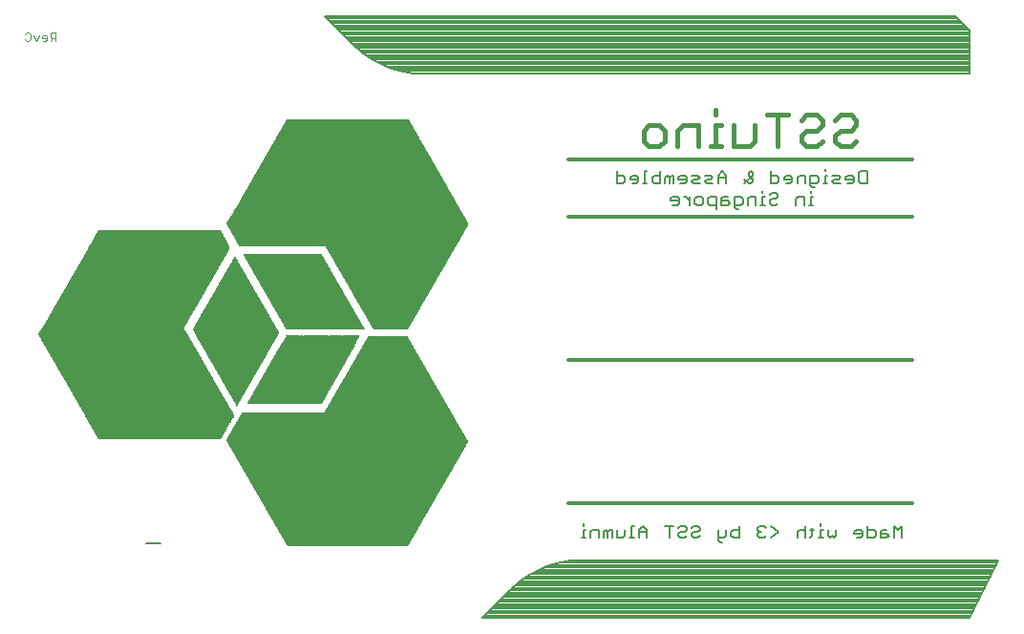
<source format=gbo>
G75*
%MOIN*%
%OFA0B0*%
%FSLAX25Y25*%
%IPPOS*%
%LPD*%
%AMOC8*
5,1,8,0,0,1.08239X$1,22.5*
%
%ADD10C,0.01800*%
%ADD11C,0.00700*%
%ADD12C,0.01200*%
%ADD13C,0.00400*%
%ADD14C,0.00800*%
%ADD15R,0.42200X0.00100*%
%ADD16R,0.42300X0.00100*%
%ADD17R,0.42400X0.00100*%
%ADD18R,0.42500X0.00100*%
%ADD19R,0.42600X0.00100*%
%ADD20R,0.42700X0.00100*%
%ADD21R,0.42800X0.00100*%
%ADD22R,0.43000X0.00100*%
%ADD23R,0.43100X0.00100*%
%ADD24R,0.43200X0.00100*%
%ADD25R,0.43400X0.00100*%
%ADD26R,0.43500X0.00100*%
%ADD27R,0.43600X0.00100*%
%ADD28R,0.43800X0.00100*%
%ADD29R,0.43900X0.00100*%
%ADD30R,0.44000X0.00100*%
%ADD31R,0.44200X0.00100*%
%ADD32R,0.44400X0.00100*%
%ADD33R,0.44500X0.00100*%
%ADD34R,0.44600X0.00100*%
%ADD35R,0.44700X0.00100*%
%ADD36R,0.44800X0.00100*%
%ADD37R,0.44900X0.00100*%
%ADD38R,0.45000X0.00100*%
%ADD39R,0.45200X0.00100*%
%ADD40R,0.45300X0.00100*%
%ADD41R,0.45400X0.00100*%
%ADD42R,0.45500X0.00100*%
%ADD43R,0.45600X0.00100*%
%ADD44R,0.45800X0.00100*%
%ADD45R,0.45900X0.00100*%
%ADD46R,0.46000X0.00100*%
%ADD47R,0.46100X0.00100*%
%ADD48R,0.46200X0.00100*%
%ADD49R,0.46300X0.00100*%
%ADD50R,0.46400X0.00100*%
%ADD51R,0.46600X0.00100*%
%ADD52R,0.46700X0.00100*%
%ADD53R,0.46800X0.00100*%
%ADD54R,0.46900X0.00100*%
%ADD55R,0.47000X0.00100*%
%ADD56R,0.47100X0.00100*%
%ADD57R,0.47300X0.00100*%
%ADD58R,0.47400X0.00100*%
%ADD59R,0.47500X0.00100*%
%ADD60R,0.47600X0.00100*%
%ADD61R,0.47700X0.00100*%
%ADD62R,0.47800X0.00100*%
%ADD63R,0.48000X0.00100*%
%ADD64R,0.48100X0.00100*%
%ADD65R,0.48200X0.00100*%
%ADD66R,0.48400X0.00100*%
%ADD67R,0.48500X0.00100*%
%ADD68R,0.48700X0.00100*%
%ADD69R,0.48800X0.00100*%
%ADD70R,0.49000X0.00100*%
%ADD71R,0.49100X0.00100*%
%ADD72R,0.49200X0.00100*%
%ADD73R,0.49300X0.00100*%
%ADD74R,0.49400X0.00100*%
%ADD75R,0.49600X0.00100*%
%ADD76R,0.49700X0.00100*%
%ADD77R,0.49800X0.00100*%
%ADD78R,0.49900X0.00100*%
%ADD79R,0.50000X0.00100*%
%ADD80R,0.50200X0.00100*%
%ADD81R,0.50400X0.00100*%
%ADD82R,0.50500X0.00100*%
%ADD83R,0.50600X0.00100*%
%ADD84R,0.50700X0.00100*%
%ADD85R,0.50800X0.00100*%
%ADD86R,0.51000X0.00100*%
%ADD87R,0.51200X0.00100*%
%ADD88R,0.51300X0.00100*%
%ADD89R,0.51400X0.00100*%
%ADD90R,0.51500X0.00100*%
%ADD91R,0.51600X0.00100*%
%ADD92R,0.51800X0.00100*%
%ADD93R,0.51900X0.00100*%
%ADD94R,0.52000X0.00100*%
%ADD95R,0.52100X0.00100*%
%ADD96R,0.52200X0.00100*%
%ADD97R,0.52300X0.00100*%
%ADD98R,0.52400X0.00100*%
%ADD99R,0.52600X0.00100*%
%ADD100R,0.52700X0.00100*%
%ADD101R,0.52800X0.00100*%
%ADD102R,0.52900X0.00100*%
%ADD103R,0.53000X0.00100*%
%ADD104R,0.53200X0.00100*%
%ADD105R,0.53400X0.00100*%
%ADD106R,0.53500X0.00100*%
%ADD107R,0.53600X0.00100*%
%ADD108R,0.53700X0.00100*%
%ADD109R,0.53800X0.00100*%
%ADD110R,0.54000X0.00100*%
%ADD111R,0.54200X0.00100*%
%ADD112R,0.54300X0.00100*%
%ADD113R,0.54400X0.00100*%
%ADD114R,0.54600X0.00100*%
%ADD115R,0.54800X0.00100*%
%ADD116R,0.55000X0.00100*%
%ADD117R,0.55100X0.00100*%
%ADD118R,0.55200X0.00100*%
%ADD119R,0.55400X0.00100*%
%ADD120R,0.55600X0.00100*%
%ADD121R,0.55800X0.00100*%
%ADD122R,0.55900X0.00100*%
%ADD123R,0.56000X0.00100*%
%ADD124R,0.56200X0.00100*%
%ADD125R,0.56400X0.00100*%
%ADD126R,0.56500X0.00100*%
%ADD127R,0.56600X0.00100*%
%ADD128R,0.56700X0.00100*%
%ADD129R,0.56800X0.00100*%
%ADD130R,0.57000X0.00100*%
%ADD131R,0.57200X0.00100*%
%ADD132R,0.57400X0.00100*%
%ADD133R,0.57600X0.00100*%
%ADD134R,0.57800X0.00100*%
%ADD135R,0.57900X0.00100*%
%ADD136R,0.58000X0.00100*%
%ADD137R,0.58100X0.00100*%
%ADD138R,0.58200X0.00100*%
%ADD139R,0.58400X0.00100*%
%ADD140R,0.58600X0.00100*%
%ADD141R,0.58800X0.00100*%
%ADD142R,0.58900X0.00100*%
%ADD143R,0.59000X0.00100*%
%ADD144R,0.59200X0.00100*%
%ADD145R,0.59400X0.00100*%
%ADD146R,0.59500X0.00100*%
%ADD147R,0.59600X0.00100*%
%ADD148R,0.59800X0.00100*%
%ADD149R,0.60000X0.00100*%
%ADD150R,0.60200X0.00100*%
%ADD151R,0.60300X0.00100*%
%ADD152R,0.60400X0.00100*%
%ADD153R,0.60600X0.00100*%
%ADD154R,0.60800X0.00100*%
%ADD155R,0.61000X0.00100*%
%ADD156R,0.61100X0.00100*%
%ADD157R,0.61200X0.00100*%
%ADD158R,0.61400X0.00100*%
%ADD159R,0.61600X0.00100*%
%ADD160R,0.61800X0.00100*%
%ADD161R,0.61900X0.00100*%
%ADD162R,0.62000X0.00100*%
%ADD163R,0.62200X0.00100*%
%ADD164R,0.62400X0.00100*%
%ADD165R,0.62600X0.00100*%
%ADD166R,0.62800X0.00100*%
%ADD167R,0.63000X0.00100*%
%ADD168R,0.63200X0.00100*%
%ADD169R,0.63400X0.00100*%
%ADD170R,0.63600X0.00100*%
%ADD171R,0.63700X0.00100*%
%ADD172R,0.64000X0.00100*%
%ADD173R,0.64100X0.00100*%
%ADD174R,0.64200X0.00100*%
%ADD175R,0.64400X0.00100*%
%ADD176R,0.64600X0.00100*%
%ADD177R,0.64700X0.00100*%
%ADD178R,0.64800X0.00100*%
%ADD179R,0.65000X0.00100*%
%ADD180R,0.65200X0.00100*%
%ADD181R,0.65400X0.00100*%
%ADD182R,0.65600X0.00100*%
%ADD183R,0.65800X0.00100*%
%ADD184R,0.66000X0.00100*%
%ADD185R,0.66200X0.00100*%
%ADD186R,0.66300X0.00100*%
%ADD187R,0.66400X0.00100*%
%ADD188R,0.66600X0.00100*%
%ADD189R,0.66800X0.00100*%
%ADD190R,0.67000X0.00100*%
%ADD191R,0.67200X0.00100*%
%ADD192R,0.67400X0.00100*%
%ADD193R,0.67600X0.00100*%
%ADD194R,0.67700X0.00100*%
%ADD195R,0.67800X0.00100*%
%ADD196R,0.68000X0.00100*%
%ADD197R,0.68200X0.00100*%
%ADD198R,0.68400X0.00100*%
%ADD199R,0.68500X0.00100*%
%ADD200R,0.68600X0.00100*%
%ADD201R,0.68800X0.00100*%
%ADD202R,0.69000X0.00100*%
%ADD203R,0.69200X0.00100*%
%ADD204R,0.69400X0.00100*%
%ADD205R,0.69600X0.00100*%
%ADD206R,0.69800X0.00100*%
%ADD207R,0.69900X0.00100*%
%ADD208R,0.70000X0.00100*%
%ADD209R,0.70200X0.00100*%
%ADD210R,0.70400X0.00100*%
%ADD211R,0.70600X0.00100*%
%ADD212R,0.70700X0.00100*%
%ADD213R,0.70800X0.00100*%
%ADD214R,0.71000X0.00100*%
%ADD215R,0.71200X0.00100*%
%ADD216R,0.71400X0.00100*%
%ADD217R,0.71600X0.00100*%
%ADD218R,0.71800X0.00100*%
%ADD219R,0.72000X0.00100*%
%ADD220R,0.72100X0.00100*%
%ADD221R,0.72200X0.00100*%
%ADD222R,0.72400X0.00100*%
%ADD223R,0.72600X0.00100*%
%ADD224R,0.72700X0.00100*%
%ADD225R,0.72800X0.00100*%
%ADD226R,0.73000X0.00100*%
%ADD227R,0.73200X0.00100*%
%ADD228R,0.73400X0.00100*%
%ADD229R,0.73500X0.00100*%
%ADD230R,0.73600X0.00100*%
%ADD231R,0.73800X0.00100*%
%ADD232R,0.74000X0.00100*%
%ADD233R,0.74200X0.00100*%
%ADD234R,0.74300X0.00100*%
%ADD235R,0.74400X0.00100*%
%ADD236R,0.74500X0.00100*%
%ADD237R,0.74600X0.00100*%
%ADD238R,0.74800X0.00100*%
%ADD239R,0.75000X0.00100*%
%ADD240R,0.75200X0.00100*%
%ADD241R,0.75300X0.00100*%
%ADD242R,0.75400X0.00100*%
%ADD243R,0.75600X0.00100*%
%ADD244R,0.75800X0.00100*%
%ADD245R,0.75900X0.00100*%
%ADD246R,0.76000X0.00100*%
%ADD247R,0.76100X0.00100*%
%ADD248R,0.76200X0.00100*%
%ADD249R,0.76400X0.00100*%
%ADD250R,0.76500X0.00100*%
%ADD251R,0.76600X0.00100*%
%ADD252R,0.76700X0.00100*%
%ADD253R,0.76800X0.00100*%
%ADD254R,0.77000X0.00100*%
%ADD255R,0.77200X0.00100*%
%ADD256R,0.77500X0.00100*%
%ADD257R,0.77600X0.00100*%
%ADD258R,0.77800X0.00100*%
%ADD259R,0.78000X0.00100*%
%ADD260R,0.78100X0.00100*%
%ADD261R,0.78200X0.00100*%
%ADD262R,0.78400X0.00100*%
%ADD263R,0.78600X0.00100*%
%ADD264R,0.78700X0.00100*%
%ADD265R,0.78800X0.00100*%
%ADD266R,0.78900X0.00100*%
%ADD267R,0.79000X0.00100*%
%ADD268R,0.79200X0.00100*%
%ADD269R,0.79400X0.00100*%
%ADD270R,0.79600X0.00100*%
%ADD271R,0.79700X0.00100*%
%ADD272R,0.79800X0.00100*%
%ADD273R,0.80000X0.00100*%
%ADD274R,0.80200X0.00100*%
%ADD275R,0.80400X0.00100*%
%ADD276R,0.80600X0.00100*%
%ADD277R,0.80800X0.00100*%
%ADD278R,0.81000X0.00100*%
%ADD279R,0.81200X0.00100*%
%ADD280R,0.81400X0.00100*%
%ADD281R,0.81600X0.00100*%
%ADD282R,0.81800X0.00100*%
%ADD283R,0.82000X0.00100*%
%ADD284R,0.82200X0.00100*%
%ADD285R,0.82400X0.00100*%
%ADD286R,0.82600X0.00100*%
%ADD287R,0.82700X0.00100*%
%ADD288R,0.82800X0.00100*%
%ADD289R,0.83000X0.00100*%
%ADD290R,0.83200X0.00100*%
%ADD291R,0.83400X0.00100*%
%ADD292R,0.83600X0.00100*%
%ADD293R,0.83800X0.00100*%
%ADD294R,0.84000X0.00100*%
%ADD295R,0.84100X0.00100*%
%ADD296R,0.83900X0.00100*%
%ADD297R,0.83700X0.00100*%
%ADD298R,0.83500X0.00100*%
%ADD299R,0.00100X0.00100*%
%ADD300R,0.00200X0.00100*%
%ADD301R,0.00400X0.00100*%
%ADD302R,0.00600X0.00100*%
%ADD303R,0.00300X0.00100*%
%ADD304R,0.00500X0.00100*%
%ADD305R,0.00700X0.00100*%
%ADD306R,0.83300X0.00100*%
%ADD307R,0.83100X0.00100*%
%ADD308R,0.82900X0.00100*%
%ADD309R,0.82500X0.00100*%
%ADD310R,0.82300X0.00100*%
%ADD311R,0.82100X0.00100*%
%ADD312R,0.81900X0.00100*%
%ADD313R,0.81700X0.00100*%
%ADD314R,0.81500X0.00100*%
%ADD315R,0.81300X0.00100*%
%ADD316R,0.81100X0.00100*%
%ADD317R,0.80900X0.00100*%
%ADD318R,0.80700X0.00100*%
%ADD319R,0.80500X0.00100*%
%ADD320R,0.45700X0.00100*%
%ADD321R,0.80300X0.00100*%
%ADD322R,0.80100X0.00100*%
%ADD323R,0.79900X0.00100*%
%ADD324R,0.46500X0.00100*%
%ADD325R,0.79500X0.00100*%
%ADD326R,0.79300X0.00100*%
%ADD327R,0.79100X0.00100*%
%ADD328R,0.47200X0.00100*%
%ADD329R,0.78500X0.00100*%
%ADD330R,0.78300X0.00100*%
%ADD331R,0.77900X0.00100*%
%ADD332R,0.77700X0.00100*%
%ADD333R,0.48600X0.00100*%
%ADD334R,0.77300X0.00100*%
%ADD335R,0.77100X0.00100*%
%ADD336R,0.76900X0.00100*%
%ADD337R,0.49500X0.00100*%
%ADD338R,0.76300X0.00100*%
%ADD339R,0.75700X0.00100*%
%ADD340R,0.75500X0.00100*%
%ADD341R,0.50900X0.00100*%
%ADD342R,0.75100X0.00100*%
%ADD343R,0.51100X0.00100*%
%ADD344R,0.74900X0.00100*%
%ADD345R,0.74700X0.00100*%
%ADD346R,0.51700X0.00100*%
%ADD347R,0.74100X0.00100*%
%ADD348R,0.73900X0.00100*%
%ADD349R,0.73700X0.00100*%
%ADD350R,0.73300X0.00100*%
%ADD351R,0.73100X0.00100*%
%ADD352R,0.44300X0.00100*%
%ADD353R,0.44100X0.00100*%
%ADD354R,0.43700X0.00100*%
%ADD355R,0.42900X0.00100*%
%ADD356R,0.42100X0.00100*%
%ADD357R,0.42000X0.00100*%
%ADD358R,0.41900X0.00100*%
%ADD359R,0.41800X0.00100*%
%ADD360R,0.41700X0.00100*%
%ADD361R,0.41500X0.00100*%
%ADD362R,0.41300X0.00100*%
%ADD363R,0.41200X0.00100*%
%ADD364R,0.41100X0.00100*%
%ADD365R,0.40900X0.00100*%
%ADD366R,0.40700X0.00100*%
%ADD367R,0.00900X0.00100*%
%ADD368R,0.01000X0.00100*%
%ADD369R,0.40500X0.00100*%
%ADD370R,0.23800X0.00100*%
%ADD371R,0.01600X0.00100*%
%ADD372R,0.01100X0.00100*%
%ADD373R,0.40400X0.00100*%
%ADD374R,0.25900X0.00100*%
%ADD375R,0.01300X0.00100*%
%ADD376R,0.40300X0.00100*%
%ADD377R,0.40100X0.00100*%
%ADD378R,0.01500X0.00100*%
%ADD379R,0.40000X0.00100*%
%ADD380R,0.39900X0.00100*%
%ADD381R,0.26000X0.00100*%
%ADD382R,0.01700X0.00100*%
%ADD383R,0.01900X0.00100*%
%ADD384R,0.39700X0.00100*%
%ADD385R,0.39600X0.00100*%
%ADD386R,0.02000X0.00100*%
%ADD387R,0.39500X0.00100*%
%ADD388R,0.02100X0.00100*%
%ADD389R,0.39300X0.00100*%
%ADD390R,0.02300X0.00100*%
%ADD391R,0.02400X0.00100*%
%ADD392R,0.39100X0.00100*%
%ADD393R,0.02500X0.00100*%
%ADD394R,0.39000X0.00100*%
%ADD395R,0.02700X0.00100*%
%ADD396R,0.38900X0.00100*%
%ADD397R,0.38700X0.00100*%
%ADD398R,0.02800X0.00100*%
%ADD399R,0.02900X0.00100*%
%ADD400R,0.38600X0.00100*%
%ADD401R,0.03100X0.00100*%
%ADD402R,0.38500X0.00100*%
%ADD403R,0.03200X0.00100*%
%ADD404R,0.38300X0.00100*%
%ADD405R,0.03300X0.00100*%
%ADD406R,0.38100X0.00100*%
%ADD407R,0.03500X0.00100*%
%ADD408R,0.38000X0.00100*%
%ADD409R,0.03700X0.00100*%
%ADD410R,0.37900X0.00100*%
%ADD411R,0.03800X0.00100*%
%ADD412R,0.37700X0.00100*%
%ADD413R,0.03900X0.00100*%
%ADD414R,0.37600X0.00100*%
%ADD415R,0.04000X0.00100*%
%ADD416R,0.37500X0.00100*%
%ADD417R,0.25800X0.00100*%
%ADD418R,0.04100X0.00100*%
%ADD419R,0.37400X0.00100*%
%ADD420R,0.04300X0.00100*%
%ADD421R,0.37200X0.00100*%
%ADD422R,0.04500X0.00100*%
%ADD423R,0.37100X0.00100*%
%ADD424R,0.04600X0.00100*%
%ADD425R,0.36900X0.00100*%
%ADD426R,0.04700X0.00100*%
%ADD427R,0.36800X0.00100*%
%ADD428R,0.04800X0.00100*%
%ADD429R,0.36700X0.00100*%
%ADD430R,0.04900X0.00100*%
%ADD431R,0.36600X0.00100*%
%ADD432R,0.05100X0.00100*%
%ADD433R,0.36500X0.00100*%
%ADD434R,0.36300X0.00100*%
%ADD435R,0.05300X0.00100*%
%ADD436R,0.05400X0.00100*%
%ADD437R,0.36100X0.00100*%
%ADD438R,0.05500X0.00100*%
%ADD439R,0.35900X0.00100*%
%ADD440R,0.05600X0.00100*%
%ADD441R,0.05700X0.00100*%
%ADD442R,0.35800X0.00100*%
%ADD443R,0.05900X0.00100*%
%ADD444R,0.35700X0.00100*%
%ADD445R,0.35500X0.00100*%
%ADD446R,0.06100X0.00100*%
%ADD447R,0.06200X0.00100*%
%ADD448R,0.35300X0.00100*%
%ADD449R,0.06300X0.00100*%
%ADD450R,0.35200X0.00100*%
%ADD451R,0.06400X0.00100*%
%ADD452R,0.35100X0.00100*%
%ADD453R,0.06500X0.00100*%
%ADD454R,0.34900X0.00100*%
%ADD455R,0.06700X0.00100*%
%ADD456R,0.06800X0.00100*%
%ADD457R,0.34700X0.00100*%
%ADD458R,0.06900X0.00100*%
%ADD459R,0.34600X0.00100*%
%ADD460R,0.07000X0.00100*%
%ADD461R,0.34500X0.00100*%
%ADD462R,0.07100X0.00100*%
%ADD463R,0.34400X0.00100*%
%ADD464R,0.07300X0.00100*%
%ADD465R,0.34300X0.00100*%
%ADD466R,0.34100X0.00100*%
%ADD467R,0.07500X0.00100*%
%ADD468R,0.07600X0.00100*%
%ADD469R,0.33900X0.00100*%
%ADD470R,0.07700X0.00100*%
%ADD471R,0.33800X0.00100*%
%ADD472R,0.07800X0.00100*%
%ADD473R,0.33700X0.00100*%
%ADD474R,0.07900X0.00100*%
%ADD475R,0.33600X0.00100*%
%ADD476R,0.08100X0.00100*%
%ADD477R,0.33500X0.00100*%
%ADD478R,0.33300X0.00100*%
%ADD479R,0.08300X0.00100*%
%ADD480R,0.08400X0.00100*%
%ADD481R,0.33100X0.00100*%
%ADD482R,0.08500X0.00100*%
%ADD483R,0.33000X0.00100*%
%ADD484R,0.08600X0.00100*%
%ADD485R,0.32900X0.00100*%
%ADD486R,0.08700X0.00100*%
%ADD487R,0.32700X0.00100*%
%ADD488R,0.08900X0.00100*%
%ADD489R,0.32500X0.00100*%
%ADD490R,0.25700X0.00100*%
%ADD491R,0.09100X0.00100*%
%ADD492R,0.09200X0.00100*%
%ADD493R,0.32300X0.00100*%
%ADD494R,0.09300X0.00100*%
%ADD495R,0.32200X0.00100*%
%ADD496R,0.09500X0.00100*%
%ADD497R,0.32100X0.00100*%
%ADD498R,0.31900X0.00100*%
%ADD499R,0.09700X0.00100*%
%ADD500R,0.09800X0.00100*%
%ADD501R,0.31700X0.00100*%
%ADD502R,0.09900X0.00100*%
%ADD503R,0.31600X0.00100*%
%ADD504R,0.10000X0.00100*%
%ADD505R,0.31500X0.00100*%
%ADD506R,0.10100X0.00100*%
%ADD507R,0.31400X0.00100*%
%ADD508R,0.10300X0.00100*%
%ADD509R,0.31300X0.00100*%
%ADD510R,0.31100X0.00100*%
%ADD511R,0.10500X0.00100*%
%ADD512R,0.31000X0.00100*%
%ADD513R,0.10600X0.00100*%
%ADD514R,0.30900X0.00100*%
%ADD515R,0.10700X0.00100*%
%ADD516R,0.30800X0.00100*%
%ADD517R,0.10800X0.00100*%
%ADD518R,0.30700X0.00100*%
%ADD519R,0.10900X0.00100*%
%ADD520R,0.30600X0.00100*%
%ADD521R,0.11100X0.00100*%
%ADD522R,0.30500X0.00100*%
%ADD523R,0.11200X0.00100*%
%ADD524R,0.30300X0.00100*%
%ADD525R,0.11300X0.00100*%
%ADD526R,0.11400X0.00100*%
%ADD527R,0.30100X0.00100*%
%ADD528R,0.11500X0.00100*%
%ADD529R,0.30000X0.00100*%
%ADD530R,0.11600X0.00100*%
%ADD531R,0.29900X0.00100*%
%ADD532R,0.11700X0.00100*%
%ADD533R,0.29700X0.00100*%
%ADD534R,0.11900X0.00100*%
%ADD535R,0.29500X0.00100*%
%ADD536R,0.12100X0.00100*%
%ADD537R,0.29400X0.00100*%
%ADD538R,0.12200X0.00100*%
%ADD539R,0.29300X0.00100*%
%ADD540R,0.12300X0.00100*%
%ADD541R,0.29200X0.00100*%
%ADD542R,0.12500X0.00100*%
%ADD543R,0.29100X0.00100*%
%ADD544R,0.28900X0.00100*%
%ADD545R,0.12700X0.00100*%
%ADD546R,0.12800X0.00100*%
%ADD547R,0.28700X0.00100*%
%ADD548R,0.12900X0.00100*%
%ADD549R,0.28600X0.00100*%
%ADD550R,0.13100X0.00100*%
%ADD551R,0.28500X0.00100*%
%ADD552R,0.28400X0.00100*%
%ADD553R,0.13200X0.00100*%
%ADD554R,0.28300X0.00100*%
%ADD555R,0.13300X0.00100*%
%ADD556R,0.28100X0.00100*%
%ADD557R,0.13500X0.00100*%
%ADD558R,0.13600X0.00100*%
%ADD559R,0.27900X0.00100*%
%ADD560R,0.13700X0.00100*%
%ADD561R,0.27800X0.00100*%
%ADD562R,0.13900X0.00100*%
%ADD563R,0.27700X0.00100*%
%ADD564R,0.27500X0.00100*%
%ADD565R,0.14000X0.00100*%
%ADD566R,0.14100X0.00100*%
%ADD567R,0.27300X0.00100*%
%ADD568R,0.14300X0.00100*%
%ADD569R,0.14500X0.00100*%
%ADD570R,0.27100X0.00100*%
%ADD571R,0.27000X0.00100*%
%ADD572R,0.14600X0.00100*%
%ADD573R,0.26900X0.00100*%
%ADD574R,0.14700X0.00100*%
%ADD575R,0.26700X0.00100*%
%ADD576R,0.14900X0.00100*%
%ADD577R,0.15000X0.00100*%
%ADD578R,0.26500X0.00100*%
%ADD579R,0.15100X0.00100*%
%ADD580R,0.26400X0.00100*%
%ADD581R,0.15200X0.00100*%
%ADD582R,0.26300X0.00100*%
%ADD583R,0.15300X0.00100*%
%ADD584R,0.26200X0.00100*%
%ADD585R,0.15500X0.00100*%
%ADD586R,0.26100X0.00100*%
%ADD587R,0.15700X0.00100*%
%ADD588R,0.15800X0.00100*%
%ADD589R,0.15900X0.00100*%
%ADD590R,0.25500X0.00100*%
%ADD591R,0.16000X0.00100*%
%ADD592R,0.16100X0.00100*%
%ADD593R,0.25400X0.00100*%
%ADD594R,0.16300X0.00100*%
%ADD595R,0.25300X0.00100*%
%ADD596R,0.25100X0.00100*%
%ADD597R,0.16500X0.00100*%
%ADD598R,0.25000X0.00100*%
%ADD599R,0.16600X0.00100*%
%ADD600R,0.24900X0.00100*%
%ADD601R,0.16700X0.00100*%
%ADD602R,0.24800X0.00100*%
%ADD603R,0.16800X0.00100*%
%ADD604R,0.24700X0.00100*%
%ADD605R,0.16900X0.00100*%
%ADD606R,0.24600X0.00100*%
%ADD607R,0.17100X0.00100*%
%ADD608R,0.24500X0.00100*%
%ADD609R,0.24300X0.00100*%
%ADD610R,0.17300X0.00100*%
%ADD611R,0.24200X0.00100*%
%ADD612R,0.17400X0.00100*%
%ADD613R,0.24100X0.00100*%
%ADD614R,0.17500X0.00100*%
%ADD615R,0.23900X0.00100*%
%ADD616R,0.17700X0.00100*%
%ADD617R,0.17900X0.00100*%
%ADD618R,0.23600X0.00100*%
%ADD619R,0.18000X0.00100*%
%ADD620R,0.23500X0.00100*%
%ADD621R,0.18100X0.00100*%
%ADD622R,0.23400X0.00100*%
%ADD623R,0.18200X0.00100*%
%ADD624R,0.23300X0.00100*%
%ADD625R,0.18300X0.00100*%
%ADD626R,0.23200X0.00100*%
%ADD627R,0.18500X0.00100*%
%ADD628R,0.23100X0.00100*%
%ADD629R,0.22900X0.00100*%
%ADD630R,0.18700X0.00100*%
%ADD631R,0.18800X0.00100*%
%ADD632R,0.22700X0.00100*%
%ADD633R,0.18900X0.00100*%
%ADD634R,0.22600X0.00100*%
%ADD635R,0.19000X0.00100*%
%ADD636R,0.22500X0.00100*%
%ADD637R,0.19100X0.00100*%
%ADD638R,0.22400X0.00100*%
%ADD639R,0.19300X0.00100*%
%ADD640R,0.22300X0.00100*%
%ADD641R,0.19400X0.00100*%
%ADD642R,0.22100X0.00100*%
%ADD643R,0.19500X0.00100*%
%ADD644R,0.22000X0.00100*%
%ADD645R,0.19600X0.00100*%
%ADD646R,0.21900X0.00100*%
%ADD647R,0.25600X0.00100*%
%ADD648R,0.19700X0.00100*%
%ADD649R,0.21800X0.00100*%
%ADD650R,0.19800X0.00100*%
%ADD651R,0.21700X0.00100*%
%ADD652R,0.19900X0.00100*%
%ADD653R,0.21500X0.00100*%
%ADD654R,0.20100X0.00100*%
%ADD655R,0.21400X0.00100*%
%ADD656R,0.21300X0.00100*%
%ADD657R,0.20300X0.00100*%
%ADD658R,0.20500X0.00100*%
%ADD659R,0.21100X0.00100*%
%ADD660R,0.21000X0.00100*%
%ADD661R,0.20600X0.00100*%
%ADD662R,0.20900X0.00100*%
%ADD663R,0.20700X0.00100*%
%ADD664R,0.21200X0.00100*%
%ADD665R,0.20200X0.00100*%
%ADD666R,0.21600X0.00100*%
%ADD667R,0.22800X0.00100*%
%ADD668R,0.23700X0.00100*%
%ADD669R,0.24000X0.00100*%
%ADD670R,0.17200X0.00100*%
%ADD671R,0.16400X0.00100*%
%ADD672R,0.15400X0.00100*%
%ADD673R,0.26600X0.00100*%
%ADD674R,0.14400X0.00100*%
%ADD675R,0.14200X0.00100*%
%ADD676R,0.27400X0.00100*%
%ADD677R,0.28800X0.00100*%
%ADD678R,0.50300X0.00100*%
%ADD679R,0.50100X0.00100*%
%ADD680R,0.27200X0.00100*%
%ADD681R,0.12400X0.00100*%
%ADD682R,0.12600X0.00100*%
%ADD683R,0.13000X0.00100*%
%ADD684R,0.28000X0.00100*%
%ADD685R,0.13400X0.00100*%
%ADD686R,0.13800X0.00100*%
%ADD687R,0.14800X0.00100*%
%ADD688R,0.15600X0.00100*%
%ADD689R,0.16200X0.00100*%
%ADD690R,0.17000X0.00100*%
%ADD691R,0.17600X0.00100*%
%ADD692R,0.17800X0.00100*%
%ADD693R,0.18400X0.00100*%
%ADD694R,0.18600X0.00100*%
%ADD695R,0.19200X0.00100*%
%ADD696R,0.20000X0.00100*%
%ADD697R,0.20400X0.00100*%
%ADD698R,0.20800X0.00100*%
%ADD699R,0.22200X0.00100*%
%ADD700R,0.23000X0.00100*%
%ADD701R,0.24400X0.00100*%
%ADD702R,0.25200X0.00100*%
%ADD703R,0.26800X0.00100*%
%ADD704R,0.27600X0.00100*%
%ADD705R,0.28200X0.00100*%
%ADD706R,0.29000X0.00100*%
%ADD707R,0.12000X0.00100*%
%ADD708R,0.29600X0.00100*%
%ADD709R,0.29800X0.00100*%
%ADD710R,0.30200X0.00100*%
%ADD711R,0.30400X0.00100*%
%ADD712R,0.11000X0.00100*%
%ADD713R,0.10400X0.00100*%
%ADD714R,0.10200X0.00100*%
%ADD715R,0.31200X0.00100*%
%ADD716R,0.31800X0.00100*%
%ADD717R,0.32000X0.00100*%
%ADD718R,0.32400X0.00100*%
%ADD719R,0.32600X0.00100*%
%ADD720R,0.32800X0.00100*%
%ADD721R,0.33200X0.00100*%
%ADD722R,0.08200X0.00100*%
%ADD723R,0.33400X0.00100*%
%ADD724R,0.08000X0.00100*%
%ADD725R,0.34000X0.00100*%
%ADD726R,0.34200X0.00100*%
%ADD727R,0.34800X0.00100*%
%ADD728R,0.35000X0.00100*%
%ADD729R,0.35400X0.00100*%
%ADD730R,0.35600X0.00100*%
%ADD731R,0.36000X0.00100*%
%ADD732R,0.36200X0.00100*%
%ADD733R,0.36400X0.00100*%
%ADD734R,0.37000X0.00100*%
%ADD735R,0.37800X0.00100*%
%ADD736R,0.03400X0.00100*%
%ADD737R,0.38200X0.00100*%
%ADD738R,0.38400X0.00100*%
%ADD739R,0.02600X0.00100*%
%ADD740R,0.38800X0.00100*%
%ADD741R,0.39200X0.00100*%
%ADD742R,0.02200X0.00100*%
%ADD743R,0.39400X0.00100*%
%ADD744R,0.01800X0.00100*%
%ADD745R,0.39800X0.00100*%
%ADD746R,0.01400X0.00100*%
%ADD747R,0.40200X0.00100*%
%ADD748R,0.40600X0.00100*%
%ADD749R,0.40800X0.00100*%
%ADD750R,0.41000X0.00100*%
%ADD751R,0.41400X0.00100*%
%ADD752R,0.41600X0.00100*%
%ADD753R,0.45100X0.00100*%
%ADD754R,0.48900X0.00100*%
%ADD755R,0.43300X0.00100*%
%ADD756R,0.84200X0.00100*%
%ADD757R,0.84300X0.00100*%
%ADD758R,0.72900X0.00100*%
%ADD759R,0.72500X0.00100*%
%ADD760R,0.72300X0.00100*%
%ADD761R,0.71900X0.00100*%
%ADD762R,0.71700X0.00100*%
%ADD763R,0.71300X0.00100*%
%ADD764R,0.71100X0.00100*%
%ADD765R,0.70900X0.00100*%
%ADD766R,0.70500X0.00100*%
%ADD767R,0.70300X0.00100*%
%ADD768R,0.70100X0.00100*%
%ADD769R,0.69700X0.00100*%
%ADD770R,0.69500X0.00100*%
%ADD771R,0.69300X0.00100*%
%ADD772R,0.68900X0.00100*%
%ADD773R,0.67900X0.00100*%
%ADD774R,0.67500X0.00100*%
%ADD775R,0.67100X0.00100*%
%ADD776R,0.65900X0.00100*%
%ADD777R,0.65300X0.00100*%
%ADD778R,0.65100X0.00100*%
%ADD779R,0.63800X0.00100*%
%ADD780R,0.63300X0.00100*%
%ADD781R,0.62500X0.00100*%
%ADD782R,0.60700X0.00100*%
%ADD783R,0.60100X0.00100*%
%ADD784R,0.59100X0.00100*%
%ADD785R,0.58700X0.00100*%
%ADD786R,0.58300X0.00100*%
%ADD787R,0.57700X0.00100*%
%ADD788R,0.57500X0.00100*%
%ADD789R,0.57100X0.00100*%
%ADD790R,0.56900X0.00100*%
%ADD791R,0.56300X0.00100*%
%ADD792R,0.56100X0.00100*%
%ADD793R,0.55700X0.00100*%
%ADD794R,0.55500X0.00100*%
%ADD795R,0.55300X0.00100*%
%ADD796R,0.54900X0.00100*%
%ADD797R,0.54700X0.00100*%
%ADD798R,0.54500X0.00100*%
%ADD799R,0.54100X0.00100*%
%ADD800R,0.53900X0.00100*%
%ADD801R,0.53300X0.00100*%
%ADD802R,0.53100X0.00100*%
%ADD803R,0.52500X0.00100*%
%ADD804R,0.48300X0.00100*%
%ADD805R,0.47900X0.00100*%
D10*
X0226223Y0175183D02*
X0228058Y0173348D01*
X0231727Y0173348D01*
X0233562Y0175183D01*
X0233562Y0178853D01*
X0231727Y0180688D01*
X0228058Y0180688D01*
X0226223Y0178853D01*
X0226223Y0175183D01*
X0238009Y0173348D02*
X0238009Y0178853D01*
X0239844Y0180688D01*
X0245348Y0180688D01*
X0245348Y0173348D01*
X0249536Y0173348D02*
X0253206Y0173348D01*
X0251371Y0173348D02*
X0251371Y0180688D01*
X0253206Y0180688D01*
X0251371Y0184358D02*
X0251371Y0186193D01*
X0257652Y0180688D02*
X0257652Y0173348D01*
X0263157Y0173348D01*
X0264992Y0175183D01*
X0264992Y0180688D01*
X0269438Y0184358D02*
X0276778Y0184358D01*
X0273108Y0184358D02*
X0273108Y0173348D01*
X0281224Y0175183D02*
X0281224Y0177018D01*
X0283059Y0178853D01*
X0286729Y0178853D01*
X0288564Y0180688D01*
X0288564Y0182523D01*
X0286729Y0184358D01*
X0283059Y0184358D01*
X0281224Y0182523D01*
X0281224Y0175183D02*
X0283059Y0173348D01*
X0286729Y0173348D01*
X0288564Y0175183D01*
X0293010Y0175183D02*
X0294845Y0173348D01*
X0298515Y0173348D01*
X0300350Y0175183D01*
X0298515Y0178853D02*
X0294845Y0178853D01*
X0293010Y0177018D01*
X0293010Y0175183D01*
X0298515Y0178853D02*
X0300350Y0180688D01*
X0300350Y0182523D01*
X0298515Y0184358D01*
X0294845Y0184358D01*
X0293010Y0182523D01*
D11*
X0289626Y0165469D02*
X0289626Y0164752D01*
X0289626Y0163318D02*
X0289626Y0160448D01*
X0290343Y0160448D02*
X0288908Y0160448D01*
X0287274Y0161166D02*
X0286556Y0160448D01*
X0284405Y0160448D01*
X0284405Y0159731D02*
X0284405Y0163318D01*
X0286556Y0163318D01*
X0287274Y0162600D01*
X0287274Y0161166D01*
X0285839Y0159014D02*
X0285122Y0159014D01*
X0284405Y0159731D01*
X0284638Y0157969D02*
X0284638Y0157252D01*
X0284638Y0155818D02*
X0284638Y0152948D01*
X0285355Y0152948D02*
X0283921Y0152948D01*
X0282286Y0152948D02*
X0282286Y0155818D01*
X0280134Y0155818D01*
X0279417Y0155100D01*
X0279417Y0152948D01*
X0284638Y0155818D02*
X0285355Y0155818D01*
X0282670Y0160448D02*
X0282670Y0163318D01*
X0280518Y0163318D01*
X0279801Y0162600D01*
X0279801Y0160448D01*
X0278066Y0161166D02*
X0278066Y0162600D01*
X0277349Y0163318D01*
X0275914Y0163318D01*
X0275197Y0162600D01*
X0275197Y0161883D01*
X0278066Y0161883D01*
X0278066Y0161166D02*
X0277349Y0160448D01*
X0275914Y0160448D01*
X0273462Y0161166D02*
X0273462Y0162600D01*
X0272745Y0163318D01*
X0270593Y0163318D01*
X0270593Y0164752D02*
X0270593Y0160448D01*
X0272745Y0160448D01*
X0273462Y0161166D01*
X0272361Y0157252D02*
X0273078Y0156535D01*
X0273078Y0155818D01*
X0272361Y0155100D01*
X0270926Y0155100D01*
X0270209Y0154383D01*
X0270209Y0153666D01*
X0270926Y0152948D01*
X0272361Y0152948D01*
X0273078Y0153666D01*
X0270209Y0156535D02*
X0270926Y0157252D01*
X0272361Y0157252D01*
X0268474Y0155818D02*
X0267757Y0155818D01*
X0267757Y0152948D01*
X0268474Y0152948D02*
X0267040Y0152948D01*
X0265405Y0152948D02*
X0265405Y0155818D01*
X0263253Y0155818D01*
X0262536Y0155100D01*
X0262536Y0152948D01*
X0260801Y0153666D02*
X0260084Y0152948D01*
X0257932Y0152948D01*
X0257932Y0152231D02*
X0257932Y0155818D01*
X0260084Y0155818D01*
X0260801Y0155100D01*
X0260801Y0153666D01*
X0259366Y0151514D02*
X0258649Y0151514D01*
X0257932Y0152231D01*
X0256197Y0153666D02*
X0255480Y0154383D01*
X0253328Y0154383D01*
X0253328Y0155100D02*
X0253328Y0152948D01*
X0255480Y0152948D01*
X0256197Y0153666D01*
X0255480Y0155818D02*
X0254045Y0155818D01*
X0253328Y0155100D01*
X0251593Y0155818D02*
X0249441Y0155818D01*
X0248724Y0155100D01*
X0248724Y0153666D01*
X0249441Y0152948D01*
X0251593Y0152948D01*
X0251593Y0151514D02*
X0251593Y0155818D01*
X0246989Y0155100D02*
X0246989Y0153666D01*
X0246272Y0152948D01*
X0244837Y0152948D01*
X0244120Y0153666D01*
X0244120Y0155100D01*
X0244837Y0155818D01*
X0246272Y0155818D01*
X0246989Y0155100D01*
X0242385Y0154383D02*
X0240951Y0155818D01*
X0240234Y0155818D01*
X0238549Y0155100D02*
X0238549Y0153666D01*
X0237831Y0152948D01*
X0236397Y0152948D01*
X0235680Y0154383D02*
X0238549Y0154383D01*
X0238549Y0155100D02*
X0237831Y0155818D01*
X0236397Y0155818D01*
X0235680Y0155100D01*
X0235680Y0154383D01*
X0242385Y0152948D02*
X0242385Y0155818D01*
X0243686Y0160448D02*
X0242969Y0161166D01*
X0243686Y0161883D01*
X0245121Y0161883D01*
X0245838Y0162600D01*
X0245121Y0163318D01*
X0242969Y0163318D01*
X0241234Y0162600D02*
X0240517Y0163318D01*
X0239083Y0163318D01*
X0238365Y0162600D01*
X0238365Y0161883D01*
X0241234Y0161883D01*
X0241234Y0161166D02*
X0241234Y0162600D01*
X0241234Y0161166D02*
X0240517Y0160448D01*
X0239083Y0160448D01*
X0236630Y0160448D02*
X0236630Y0163318D01*
X0235913Y0163318D01*
X0235196Y0162600D01*
X0234479Y0163318D01*
X0233761Y0162600D01*
X0233761Y0160448D01*
X0235196Y0160448D02*
X0235196Y0162600D01*
X0232027Y0163318D02*
X0229875Y0163318D01*
X0229157Y0162600D01*
X0229157Y0161166D01*
X0229875Y0160448D01*
X0232027Y0160448D01*
X0232027Y0164752D01*
X0227423Y0164752D02*
X0226705Y0164752D01*
X0226705Y0160448D01*
X0225988Y0160448D02*
X0227423Y0160448D01*
X0224353Y0161166D02*
X0224353Y0162600D01*
X0223636Y0163318D01*
X0222202Y0163318D01*
X0221484Y0162600D01*
X0221484Y0161883D01*
X0224353Y0161883D01*
X0224353Y0161166D02*
X0223636Y0160448D01*
X0222202Y0160448D01*
X0219749Y0161166D02*
X0219749Y0162600D01*
X0219032Y0163318D01*
X0216880Y0163318D01*
X0216880Y0164752D02*
X0216880Y0160448D01*
X0219032Y0160448D01*
X0219749Y0161166D01*
X0243686Y0160448D02*
X0245838Y0160448D01*
X0247573Y0161166D02*
X0248290Y0161883D01*
X0249725Y0161883D01*
X0250442Y0162600D01*
X0249725Y0163318D01*
X0247573Y0163318D01*
X0247573Y0161166D02*
X0248290Y0160448D01*
X0250442Y0160448D01*
X0252177Y0160448D02*
X0252177Y0163318D01*
X0253612Y0164752D01*
X0255046Y0163318D01*
X0255046Y0160448D01*
X0255046Y0162600D02*
X0252177Y0162600D01*
X0261385Y0161883D02*
X0262819Y0160448D01*
X0263537Y0160448D01*
X0264254Y0161166D01*
X0264254Y0161883D01*
X0262819Y0163318D01*
X0262819Y0164035D01*
X0263537Y0164752D01*
X0264254Y0164035D01*
X0264254Y0163318D01*
X0261385Y0160448D01*
X0267757Y0157969D02*
X0267757Y0157252D01*
X0289626Y0163318D02*
X0290343Y0163318D01*
X0292078Y0163318D02*
X0294230Y0163318D01*
X0294947Y0162600D01*
X0294230Y0161883D01*
X0292795Y0161883D01*
X0292078Y0161166D01*
X0292795Y0160448D01*
X0294947Y0160448D01*
X0296682Y0161883D02*
X0299551Y0161883D01*
X0299551Y0162600D02*
X0298834Y0163318D01*
X0297399Y0163318D01*
X0296682Y0162600D01*
X0296682Y0161883D01*
X0297399Y0160448D02*
X0298834Y0160448D01*
X0299551Y0161166D01*
X0299551Y0162600D01*
X0301286Y0161166D02*
X0301286Y0164035D01*
X0302003Y0164752D01*
X0304155Y0164752D01*
X0304155Y0160448D01*
X0302003Y0160448D01*
X0301286Y0161166D01*
X0288091Y0041719D02*
X0288091Y0041002D01*
X0288091Y0039568D02*
X0288091Y0036698D01*
X0288808Y0036698D02*
X0287374Y0036698D01*
X0285022Y0037416D02*
X0284304Y0036698D01*
X0285022Y0037416D02*
X0285022Y0040285D01*
X0285739Y0039568D02*
X0284304Y0039568D01*
X0282670Y0038850D02*
X0281952Y0039568D01*
X0280518Y0039568D01*
X0279801Y0038850D01*
X0279801Y0036698D01*
X0282670Y0036698D02*
X0282670Y0041002D01*
X0288091Y0039568D02*
X0288808Y0039568D01*
X0290543Y0039568D02*
X0290543Y0037416D01*
X0291260Y0036698D01*
X0291978Y0037416D01*
X0292695Y0036698D01*
X0293412Y0037416D01*
X0293412Y0039568D01*
X0299751Y0038850D02*
X0299751Y0038133D01*
X0302620Y0038133D01*
X0302620Y0038850D02*
X0301903Y0039568D01*
X0300468Y0039568D01*
X0299751Y0038850D01*
X0300468Y0036698D02*
X0301903Y0036698D01*
X0302620Y0037416D01*
X0302620Y0038850D01*
X0304355Y0039568D02*
X0306507Y0039568D01*
X0307224Y0038850D01*
X0307224Y0037416D01*
X0306507Y0036698D01*
X0304355Y0036698D01*
X0304355Y0041002D01*
X0308959Y0038850D02*
X0308959Y0036698D01*
X0311111Y0036698D01*
X0311828Y0037416D01*
X0311111Y0038133D01*
X0308959Y0038133D01*
X0308959Y0038850D02*
X0309676Y0039568D01*
X0311111Y0039568D01*
X0313563Y0041002D02*
X0313563Y0036698D01*
X0316432Y0036698D02*
X0316432Y0041002D01*
X0314997Y0039568D01*
X0313563Y0041002D01*
X0273462Y0038850D02*
X0270593Y0036698D01*
X0268858Y0037416D02*
X0268141Y0036698D01*
X0266706Y0036698D01*
X0265989Y0037416D01*
X0265989Y0038133D01*
X0266706Y0038850D01*
X0267423Y0038850D01*
X0266706Y0038850D02*
X0265989Y0039568D01*
X0265989Y0040285D01*
X0266706Y0041002D01*
X0268141Y0041002D01*
X0268858Y0040285D01*
X0270593Y0041002D02*
X0273462Y0038850D01*
X0259650Y0039568D02*
X0257498Y0039568D01*
X0256781Y0038850D01*
X0256781Y0037416D01*
X0257498Y0036698D01*
X0259650Y0036698D01*
X0259650Y0041002D01*
X0255046Y0039568D02*
X0255046Y0037416D01*
X0254329Y0036698D01*
X0252177Y0036698D01*
X0252177Y0035981D02*
X0252894Y0035264D01*
X0253612Y0035264D01*
X0252177Y0035981D02*
X0252177Y0039568D01*
X0245838Y0039568D02*
X0245121Y0038850D01*
X0243687Y0038850D01*
X0242969Y0038133D01*
X0242969Y0037416D01*
X0243687Y0036698D01*
X0245121Y0036698D01*
X0245838Y0037416D01*
X0245838Y0039568D02*
X0245838Y0040285D01*
X0245121Y0041002D01*
X0243687Y0041002D01*
X0242969Y0040285D01*
X0241234Y0040285D02*
X0241234Y0039568D01*
X0240517Y0038850D01*
X0239083Y0038850D01*
X0238365Y0038133D01*
X0238365Y0037416D01*
X0239083Y0036698D01*
X0240517Y0036698D01*
X0241234Y0037416D01*
X0241234Y0040285D02*
X0240517Y0041002D01*
X0239083Y0041002D01*
X0238365Y0040285D01*
X0236630Y0041002D02*
X0233761Y0041002D01*
X0235196Y0041002D02*
X0235196Y0036698D01*
X0227423Y0036698D02*
X0227423Y0039568D01*
X0225988Y0041002D01*
X0224554Y0039568D01*
X0224554Y0036698D01*
X0222819Y0036698D02*
X0221384Y0036698D01*
X0222101Y0036698D02*
X0222101Y0041002D01*
X0222819Y0041002D01*
X0224554Y0038850D02*
X0227423Y0038850D01*
X0219749Y0039568D02*
X0219749Y0037416D01*
X0219032Y0036698D01*
X0216880Y0036698D01*
X0216880Y0039568D01*
X0215146Y0039568D02*
X0214428Y0039568D01*
X0213711Y0038850D01*
X0212994Y0039568D01*
X0212276Y0038850D01*
X0212276Y0036698D01*
X0213711Y0036698D02*
X0213711Y0038850D01*
X0215146Y0039568D02*
X0215146Y0036698D01*
X0210542Y0036698D02*
X0210542Y0039568D01*
X0208390Y0039568D01*
X0207672Y0038850D01*
X0207672Y0036698D01*
X0205938Y0036698D02*
X0204503Y0036698D01*
X0205220Y0036698D02*
X0205220Y0039568D01*
X0205938Y0039568D01*
X0205220Y0041002D02*
X0205220Y0041719D01*
D12*
X0200000Y0048848D02*
X0320000Y0048848D01*
X0320000Y0098848D02*
X0200000Y0098848D01*
X0200000Y0148848D02*
X0320000Y0148848D01*
X0320000Y0168848D02*
X0200000Y0168848D01*
D13*
X0021050Y0210298D02*
X0021050Y0213101D01*
X0019649Y0213101D01*
X0019182Y0212634D01*
X0019182Y0211700D01*
X0019649Y0211233D01*
X0021050Y0211233D01*
X0020116Y0211233D02*
X0019182Y0210298D01*
X0018103Y0210765D02*
X0018103Y0211700D01*
X0017636Y0212167D01*
X0016702Y0212167D01*
X0016235Y0211700D01*
X0016235Y0211233D01*
X0018103Y0211233D01*
X0018103Y0210765D02*
X0017636Y0210298D01*
X0016702Y0210298D01*
X0015157Y0212167D02*
X0014223Y0210298D01*
X0013289Y0212167D01*
X0012210Y0212634D02*
X0012210Y0210765D01*
X0011743Y0210298D01*
X0010809Y0210298D01*
X0010342Y0210765D01*
X0010342Y0212634D02*
X0010809Y0213101D01*
X0011743Y0213101D01*
X0012210Y0212634D01*
D14*
X0052500Y0034848D02*
X0057500Y0034848D01*
X0170000Y0008848D02*
X0340000Y0008848D01*
X0350000Y0028848D01*
X0205000Y0028848D01*
X0201051Y0028716D01*
X0197143Y0028129D01*
X0193329Y0027095D01*
X0189661Y0025627D01*
X0186186Y0023746D01*
X0182951Y0021476D01*
X0180000Y0018848D01*
X0170000Y0008848D01*
X0340000Y0008848D01*
X0340399Y0009647D02*
X0170799Y0009647D01*
X0171597Y0010445D02*
X0340799Y0010445D01*
X0341198Y0011244D02*
X0172396Y0011244D01*
X0173194Y0012042D02*
X0341597Y0012042D01*
X0341996Y0012841D02*
X0173993Y0012841D01*
X0174791Y0013639D02*
X0342396Y0013639D01*
X0342795Y0014438D02*
X0175590Y0014438D01*
X0176388Y0015237D02*
X0343194Y0015237D01*
X0343593Y0016035D02*
X0177187Y0016035D01*
X0177985Y0016834D02*
X0343993Y0016834D01*
X0344392Y0017632D02*
X0178784Y0017632D01*
X0179582Y0018431D02*
X0344791Y0018431D01*
X0345190Y0019229D02*
X0180427Y0019229D01*
X0181324Y0020028D02*
X0345590Y0020028D01*
X0345989Y0020826D02*
X0182221Y0020826D01*
X0183162Y0021625D02*
X0346388Y0021625D01*
X0346787Y0022423D02*
X0184300Y0022423D01*
X0185438Y0023222D02*
X0347187Y0023222D01*
X0347586Y0024020D02*
X0186692Y0024020D01*
X0188167Y0024819D02*
X0347985Y0024819D01*
X0348384Y0025617D02*
X0189642Y0025617D01*
X0191631Y0026416D02*
X0348784Y0026416D01*
X0349183Y0027214D02*
X0193769Y0027214D01*
X0196714Y0028013D02*
X0349582Y0028013D01*
X0349981Y0028811D02*
X0203888Y0028811D01*
X0150000Y0198848D02*
X0146051Y0198981D01*
X0142143Y0199568D01*
X0138329Y0200602D01*
X0134661Y0202070D01*
X0131186Y0203951D01*
X0127951Y0206220D01*
X0125000Y0208848D01*
X0115000Y0218848D01*
X0335000Y0218848D01*
X0340000Y0213848D01*
X0340000Y0198848D01*
X0150000Y0198848D01*
X0148635Y0198894D02*
X0340000Y0198894D01*
X0340000Y0199693D02*
X0141683Y0199693D01*
X0138738Y0200491D02*
X0340000Y0200491D01*
X0340000Y0201290D02*
X0136610Y0201290D01*
X0134626Y0202088D02*
X0340000Y0202088D01*
X0340000Y0202887D02*
X0133151Y0202887D01*
X0131676Y0203685D02*
X0340000Y0203685D01*
X0340000Y0204484D02*
X0130426Y0204484D01*
X0129288Y0205282D02*
X0340000Y0205282D01*
X0340000Y0206081D02*
X0128150Y0206081D01*
X0127211Y0206879D02*
X0340000Y0206879D01*
X0340000Y0207678D02*
X0126315Y0207678D01*
X0125418Y0208476D02*
X0340000Y0208476D01*
X0340000Y0209275D02*
X0124574Y0209275D01*
X0123775Y0210073D02*
X0340000Y0210073D01*
X0340000Y0210872D02*
X0122977Y0210872D01*
X0122178Y0211670D02*
X0340000Y0211670D01*
X0340000Y0212469D02*
X0121380Y0212469D01*
X0120581Y0213267D02*
X0340000Y0213267D01*
X0339783Y0214066D02*
X0119783Y0214066D01*
X0118984Y0214864D02*
X0338984Y0214864D01*
X0338186Y0215663D02*
X0118186Y0215663D01*
X0117387Y0216461D02*
X0337387Y0216461D01*
X0336589Y0217260D02*
X0116589Y0217260D01*
X0115790Y0218058D02*
X0335790Y0218058D01*
D15*
X0137950Y0135548D03*
X0122950Y0033848D03*
D16*
X0123000Y0033948D03*
X0137000Y0081948D03*
X0137000Y0082048D03*
X0138000Y0135648D03*
D17*
X0137950Y0135748D03*
X0122950Y0034048D03*
D18*
X0123000Y0034148D03*
X0137000Y0081848D03*
X0122900Y0182548D03*
D19*
X0137950Y0135948D03*
X0137950Y0135848D03*
X0137050Y0081748D03*
X0122950Y0034248D03*
D20*
X0123000Y0034348D03*
X0137000Y0081648D03*
X0057300Y0143748D03*
X0122900Y0182448D03*
D21*
X0122950Y0182348D03*
X0137950Y0136048D03*
X0137050Y0081548D03*
X0122950Y0034448D03*
X0057450Y0071248D03*
D22*
X0057450Y0071348D03*
X0057450Y0071448D03*
X0122950Y0034548D03*
X0137950Y0136248D03*
X0122950Y0182148D03*
D23*
X0122900Y0182048D03*
X0057300Y0143548D03*
X0057300Y0143448D03*
X0138000Y0136348D03*
X0137000Y0081348D03*
X0123000Y0034648D03*
D24*
X0122950Y0034748D03*
X0057450Y0071548D03*
X0057450Y0071648D03*
X0136950Y0081148D03*
X0137050Y0081248D03*
X0137950Y0136448D03*
X0057250Y0143348D03*
D25*
X0057250Y0143148D03*
X0137950Y0136648D03*
X0137950Y0136548D03*
X0137050Y0081048D03*
X0122950Y0034948D03*
X0122950Y0034848D03*
X0057450Y0071748D03*
D26*
X0057500Y0071848D03*
X0123000Y0035048D03*
X0137000Y0080948D03*
X0057300Y0143048D03*
X0122900Y0181748D03*
D27*
X0122950Y0181648D03*
X0137950Y0136748D03*
X0137050Y0080848D03*
X0122950Y0035148D03*
X0057450Y0071948D03*
D28*
X0057450Y0072048D03*
X0057450Y0072148D03*
X0122950Y0035248D03*
X0137950Y0136948D03*
X0122950Y0181448D03*
X0057250Y0142848D03*
X0057250Y0142748D03*
D29*
X0122900Y0181348D03*
X0138000Y0137048D03*
X0137000Y0080648D03*
X0123000Y0035348D03*
D30*
X0122950Y0035448D03*
X0057450Y0072248D03*
X0057450Y0072348D03*
X0137050Y0080548D03*
X0137950Y0137148D03*
X0057250Y0142648D03*
D31*
X0057250Y0142448D03*
X0137950Y0137248D03*
X0057450Y0072448D03*
X0122950Y0035648D03*
X0122950Y0035548D03*
D32*
X0122950Y0035748D03*
X0057450Y0072548D03*
X0057450Y0072648D03*
X0137950Y0137448D03*
X0122950Y0180948D03*
X0057250Y0142348D03*
X0057250Y0142248D03*
D33*
X0057200Y0142148D03*
X0122900Y0180848D03*
X0138000Y0137548D03*
X0123000Y0035848D03*
D34*
X0122950Y0035948D03*
X0057450Y0072748D03*
X0057450Y0072848D03*
X0137950Y0137648D03*
X0122950Y0180748D03*
X0057250Y0142048D03*
D35*
X0122900Y0180648D03*
X0123000Y0036048D03*
D36*
X0122950Y0036148D03*
X0057450Y0072948D03*
X0057450Y0073048D03*
X0137950Y0137748D03*
X0137950Y0137848D03*
X0057250Y0141848D03*
X0057250Y0141948D03*
D37*
X0122900Y0180448D03*
X0122900Y0180548D03*
X0123000Y0036248D03*
D38*
X0122950Y0036348D03*
X0057450Y0073148D03*
X0137950Y0137948D03*
X0057250Y0141648D03*
X0057250Y0141748D03*
D39*
X0057250Y0141548D03*
X0122950Y0180248D03*
X0137950Y0138148D03*
X0057450Y0073348D03*
X0057450Y0073248D03*
X0122950Y0036448D03*
D40*
X0123000Y0036548D03*
X0138000Y0138248D03*
X0122900Y0180148D03*
X0057200Y0141448D03*
D41*
X0057250Y0141348D03*
X0122950Y0180048D03*
X0137950Y0138348D03*
X0057450Y0073548D03*
X0057450Y0073448D03*
X0122950Y0036648D03*
D42*
X0123000Y0036748D03*
X0057200Y0141248D03*
X0122900Y0179948D03*
D43*
X0057250Y0141148D03*
X0137950Y0138448D03*
X0057450Y0073648D03*
X0122950Y0036848D03*
D44*
X0122950Y0036948D03*
X0057450Y0073848D03*
D45*
X0057500Y0073948D03*
X0123000Y0037048D03*
X0057200Y0140848D03*
X0057200Y0140948D03*
X0122900Y0179648D03*
D46*
X0122950Y0179548D03*
X0057450Y0074048D03*
X0122950Y0037148D03*
D47*
X0123000Y0037248D03*
X0057200Y0140648D03*
X0057200Y0140748D03*
X0122900Y0179448D03*
D48*
X0122950Y0179348D03*
X0057450Y0074148D03*
X0122950Y0037348D03*
D49*
X0123000Y0037448D03*
X0057400Y0074248D03*
X0057200Y0140448D03*
X0057200Y0140548D03*
X0122900Y0179248D03*
D50*
X0057450Y0074348D03*
X0122950Y0037548D03*
D51*
X0122950Y0037648D03*
X0057450Y0074548D03*
X0057150Y0140248D03*
D52*
X0057200Y0140148D03*
X0122900Y0178948D03*
X0123000Y0037748D03*
D53*
X0122950Y0037848D03*
X0057450Y0074648D03*
X0057450Y0074748D03*
X0057150Y0140048D03*
X0122950Y0178848D03*
D54*
X0122900Y0178748D03*
X0057200Y0139948D03*
X0123000Y0037948D03*
D55*
X0122950Y0038048D03*
X0057450Y0074848D03*
X0057450Y0074948D03*
X0057150Y0139848D03*
D56*
X0057200Y0139748D03*
X0122900Y0178548D03*
X0122900Y0178648D03*
X0123000Y0038148D03*
D57*
X0123000Y0038248D03*
X0057200Y0139648D03*
X0122900Y0178348D03*
X0122900Y0178448D03*
D58*
X0057150Y0139548D03*
X0057150Y0139448D03*
X0057450Y0075248D03*
X0057450Y0075148D03*
X0122950Y0038348D03*
D59*
X0123000Y0038448D03*
X0122900Y0178148D03*
X0122900Y0178248D03*
D60*
X0057150Y0139348D03*
X0057450Y0075448D03*
X0057450Y0075348D03*
X0122950Y0038548D03*
D61*
X0123000Y0038648D03*
X0057200Y0139248D03*
X0122900Y0178048D03*
D62*
X0057150Y0139148D03*
X0057150Y0139048D03*
X0057450Y0075648D03*
X0057450Y0075548D03*
X0122950Y0038748D03*
D63*
X0122950Y0038848D03*
X0057450Y0075748D03*
X0057150Y0138948D03*
D64*
X0057100Y0138848D03*
X0122900Y0177648D03*
X0122900Y0177748D03*
X0123000Y0038948D03*
D65*
X0122950Y0039048D03*
X0122950Y0039148D03*
X0057450Y0075848D03*
X0057450Y0075948D03*
X0057150Y0138748D03*
D66*
X0057150Y0138648D03*
X0057450Y0076148D03*
X0057450Y0076048D03*
X0122950Y0039248D03*
D67*
X0123000Y0039348D03*
X0057100Y0138548D03*
X0122900Y0177348D03*
X0122900Y0177448D03*
D68*
X0122900Y0177248D03*
X0122900Y0177148D03*
X0057100Y0138248D03*
X0123000Y0039448D03*
D69*
X0122950Y0039548D03*
X0122950Y0039648D03*
X0057450Y0076448D03*
D70*
X0057450Y0076548D03*
X0057450Y0076648D03*
X0122950Y0039748D03*
X0057150Y0138048D03*
D71*
X0057100Y0137948D03*
X0122900Y0176848D03*
X0123000Y0039848D03*
D72*
X0122950Y0039948D03*
X0057450Y0076748D03*
X0057450Y0076848D03*
D73*
X0123000Y0040048D03*
X0057100Y0137748D03*
X0057100Y0137848D03*
X0122900Y0176648D03*
X0122900Y0176748D03*
D74*
X0122850Y0176548D03*
X0122950Y0040148D03*
D75*
X0122950Y0040248D03*
X0057450Y0077148D03*
X0041050Y0109648D03*
X0041050Y0109748D03*
X0041150Y0109848D03*
X0041150Y0109948D03*
X0041250Y0110048D03*
X0041350Y0110248D03*
X0041450Y0110348D03*
X0041450Y0110448D03*
X0041550Y0110548D03*
X0041550Y0110648D03*
X0041650Y0110748D03*
X0041750Y0110948D03*
X0041850Y0111048D03*
X0041850Y0111148D03*
X0041950Y0111248D03*
X0042050Y0111348D03*
X0042050Y0111448D03*
X0042150Y0111648D03*
X0042250Y0111748D03*
X0042250Y0111848D03*
X0042350Y0111948D03*
X0042450Y0112148D03*
X0042550Y0112248D03*
X0042550Y0112348D03*
X0042650Y0112448D03*
X0042650Y0112548D03*
X0042750Y0112648D03*
X0042850Y0112848D03*
X0042950Y0112948D03*
X0042950Y0113048D03*
X0043050Y0113148D03*
X0043050Y0113248D03*
X0043150Y0113348D03*
X0043250Y0113548D03*
X0043350Y0113648D03*
X0043350Y0113748D03*
X0043450Y0113848D03*
X0043450Y0113948D03*
X0043550Y0114048D03*
X0043650Y0114248D03*
X0043750Y0114348D03*
X0043750Y0114448D03*
X0043850Y0114548D03*
X0043950Y0114748D03*
X0044050Y0114848D03*
X0044050Y0114948D03*
X0044150Y0115048D03*
X0044150Y0115148D03*
X0044250Y0115248D03*
X0044350Y0115448D03*
X0044450Y0115648D03*
X0044550Y0115748D03*
X0044550Y0115848D03*
X0044650Y0115948D03*
X0044750Y0116148D03*
X0044850Y0116248D03*
X0044850Y0116348D03*
X0044950Y0116448D03*
X0045050Y0116648D03*
X0045150Y0116848D03*
X0045250Y0116948D03*
X0045250Y0117048D03*
X0045350Y0117148D03*
X0045450Y0117348D03*
X0045550Y0117548D03*
X0045650Y0117648D03*
X0045650Y0117748D03*
X0045750Y0117848D03*
X0045850Y0117948D03*
X0045850Y0118048D03*
X0045950Y0118248D03*
X0046050Y0118348D03*
X0046150Y0118548D03*
X0046250Y0118748D03*
X0046350Y0118848D03*
X0046350Y0118948D03*
X0046450Y0119048D03*
X0046450Y0119148D03*
X0046550Y0119248D03*
X0046650Y0119348D03*
X0046650Y0119448D03*
X0046750Y0119548D03*
X0046750Y0119648D03*
X0046850Y0119748D03*
X0046950Y0119948D03*
X0047050Y0120148D03*
X0047150Y0120248D03*
X0047150Y0120348D03*
X0047250Y0120448D03*
X0047350Y0120648D03*
X0047450Y0120748D03*
X0047450Y0120848D03*
X0047550Y0120948D03*
X0047550Y0121048D03*
X0047650Y0121148D03*
X0047750Y0121248D03*
X0047750Y0121348D03*
X0047850Y0121548D03*
X0047950Y0121648D03*
X0048050Y0121848D03*
X0048150Y0121948D03*
X0048150Y0122048D03*
X0048250Y0122148D03*
X0048250Y0122248D03*
X0048350Y0122348D03*
X0048450Y0122548D03*
X0048550Y0122748D03*
X0048650Y0122848D03*
X0048650Y0122948D03*
X0048750Y0123048D03*
X0048850Y0123248D03*
X0048950Y0123448D03*
X0049050Y0123548D03*
X0049150Y0123748D03*
X0049250Y0123948D03*
X0049350Y0124048D03*
X0049350Y0124148D03*
X0049450Y0124248D03*
X0049550Y0124348D03*
X0049550Y0124448D03*
X0049650Y0124648D03*
X0049750Y0124748D03*
X0049850Y0124948D03*
X0049950Y0125148D03*
X0050050Y0125248D03*
X0050050Y0125348D03*
X0050150Y0125448D03*
X0050250Y0125648D03*
X0050350Y0125848D03*
X0050450Y0125948D03*
X0050450Y0126048D03*
X0050550Y0126148D03*
X0050650Y0126348D03*
X0050750Y0126548D03*
X0050850Y0126648D03*
X0050850Y0126748D03*
X0050950Y0126848D03*
X0051050Y0127048D03*
X0051150Y0127148D03*
X0051150Y0127248D03*
X0051250Y0127348D03*
X0051250Y0127448D03*
X0051350Y0127548D03*
X0051450Y0127748D03*
X0051550Y0127848D03*
X0051550Y0127948D03*
X0051650Y0128048D03*
X0051750Y0128248D03*
X0051850Y0128448D03*
X0051950Y0128548D03*
X0051950Y0128648D03*
X0052050Y0128748D03*
X0052150Y0128948D03*
X0052250Y0129148D03*
X0052350Y0129248D03*
X0052350Y0129348D03*
X0052450Y0129448D03*
X0052550Y0129648D03*
X0052650Y0129748D03*
X0052650Y0129848D03*
X0052750Y0129948D03*
X0052850Y0130148D03*
X0052950Y0130348D03*
X0053050Y0130448D03*
X0053050Y0130548D03*
X0053150Y0130648D03*
X0053150Y0130748D03*
X0053250Y0130848D03*
X0053350Y0131048D03*
X0053450Y0131148D03*
X0053450Y0131248D03*
X0053550Y0131348D03*
X0053650Y0131548D03*
X0053750Y0131748D03*
X0053850Y0131848D03*
X0053850Y0131948D03*
X0053950Y0132048D03*
X0054050Y0132248D03*
X0054150Y0132348D03*
X0054150Y0132448D03*
X0054250Y0132548D03*
X0054250Y0132648D03*
X0054350Y0132748D03*
X0054450Y0132948D03*
X0054550Y0133048D03*
X0054550Y0133148D03*
X0054650Y0133248D03*
X0054750Y0133448D03*
X0054850Y0133648D03*
X0054950Y0133748D03*
X0055050Y0133948D03*
X0055150Y0134048D03*
X0055150Y0134148D03*
X0055250Y0134348D03*
X0055350Y0134448D03*
X0055450Y0134648D03*
X0055550Y0134848D03*
X0055650Y0134948D03*
X0055650Y0135048D03*
X0055750Y0135148D03*
X0055850Y0135348D03*
X0055950Y0135548D03*
X0056050Y0135648D03*
X0056050Y0135748D03*
X0056150Y0135848D03*
X0056150Y0135948D03*
X0056250Y0136048D03*
X0056350Y0136248D03*
X0056450Y0136348D03*
X0056450Y0136448D03*
X0056550Y0136548D03*
X0056650Y0136748D03*
X0056750Y0136848D03*
X0056750Y0136948D03*
X0056850Y0137048D03*
X0056950Y0137248D03*
X0057050Y0137448D03*
D76*
X0041000Y0109548D03*
X0122900Y0176248D03*
X0122900Y0176348D03*
X0123000Y0040348D03*
D77*
X0122950Y0040448D03*
X0057450Y0077248D03*
X0057450Y0077348D03*
X0040950Y0109448D03*
D78*
X0041000Y0109348D03*
X0122900Y0176148D03*
X0123000Y0040548D03*
D79*
X0122950Y0040648D03*
X0057450Y0077448D03*
X0057450Y0077548D03*
D80*
X0057450Y0077648D03*
X0122950Y0040848D03*
X0122950Y0040748D03*
X0122850Y0175848D03*
D81*
X0057450Y0077848D03*
X0057450Y0077748D03*
X0122950Y0040948D03*
D82*
X0123000Y0041048D03*
X0041000Y0108848D03*
X0122900Y0175648D03*
D83*
X0122850Y0175548D03*
X0057450Y0078048D03*
X0057450Y0077948D03*
X0122950Y0041148D03*
D84*
X0123000Y0041248D03*
X0041000Y0108648D03*
X0041000Y0108748D03*
X0122900Y0175448D03*
D85*
X0057450Y0078148D03*
X0122950Y0041348D03*
D86*
X0122950Y0041448D03*
X0122950Y0041548D03*
X0057450Y0078348D03*
D87*
X0057450Y0078548D03*
X0122950Y0041648D03*
D88*
X0123000Y0041748D03*
X0041000Y0108148D03*
X0122900Y0174848D03*
X0122900Y0174948D03*
D89*
X0057450Y0078748D03*
X0057450Y0078648D03*
X0122950Y0041848D03*
D90*
X0123000Y0041948D03*
X0041000Y0107948D03*
X0041000Y0108048D03*
X0122900Y0174748D03*
D91*
X0122850Y0174648D03*
X0057450Y0078848D03*
X0122950Y0042048D03*
D92*
X0122950Y0042148D03*
X0057450Y0079048D03*
X0054250Y0084648D03*
X0053850Y0085348D03*
X0052650Y0087448D03*
X0051050Y0090248D03*
X0050650Y0090848D03*
X0050550Y0091048D03*
X0045950Y0099048D03*
X0045250Y0100248D03*
X0045150Y0100448D03*
X0044550Y0101448D03*
X0042250Y0105448D03*
X0041950Y0105948D03*
X0041450Y0106848D03*
X0041050Y0107548D03*
D93*
X0041100Y0107448D03*
X0041200Y0107248D03*
X0041300Y0107148D03*
X0041300Y0107048D03*
X0041400Y0106948D03*
X0041500Y0106748D03*
X0041600Y0106548D03*
X0041700Y0106448D03*
X0041700Y0106348D03*
X0041800Y0106248D03*
X0041900Y0106148D03*
X0041900Y0106048D03*
X0042100Y0105748D03*
X0042100Y0105648D03*
X0042200Y0105548D03*
X0042300Y0105348D03*
X0042400Y0105248D03*
X0042400Y0105148D03*
X0042500Y0105048D03*
X0042500Y0104948D03*
X0042600Y0104848D03*
X0042700Y0104748D03*
X0042700Y0104648D03*
X0042800Y0104548D03*
X0042800Y0104448D03*
X0042900Y0104348D03*
X0043000Y0104148D03*
X0043100Y0104048D03*
X0043100Y0103948D03*
X0043200Y0103848D03*
X0043200Y0103748D03*
X0043300Y0103648D03*
X0043400Y0103548D03*
X0043400Y0103448D03*
X0043500Y0103248D03*
X0043600Y0103148D03*
X0043600Y0103048D03*
X0043700Y0102948D03*
X0043800Y0102848D03*
X0043800Y0102748D03*
X0043900Y0102648D03*
X0043900Y0102548D03*
X0044000Y0102448D03*
X0044000Y0102348D03*
X0044100Y0102248D03*
X0044200Y0102148D03*
X0044200Y0102048D03*
X0044300Y0101948D03*
X0044300Y0101848D03*
X0044400Y0101748D03*
X0044500Y0101548D03*
X0044700Y0101248D03*
X0044700Y0101148D03*
X0044800Y0101048D03*
X0044900Y0100948D03*
X0044900Y0100848D03*
X0045000Y0100648D03*
X0045100Y0100548D03*
X0045400Y0100048D03*
X0045400Y0099948D03*
X0045500Y0099848D03*
X0045500Y0099748D03*
X0045600Y0099648D03*
X0045700Y0099548D03*
X0045700Y0099448D03*
X0045800Y0099348D03*
X0045800Y0099248D03*
X0045900Y0099148D03*
X0046000Y0098948D03*
X0046100Y0098748D03*
X0046200Y0098648D03*
X0046200Y0098548D03*
X0046300Y0098448D03*
X0046400Y0098348D03*
X0046400Y0098248D03*
X0046500Y0098148D03*
X0046500Y0098048D03*
X0046600Y0097948D03*
X0046600Y0097848D03*
X0046700Y0097748D03*
X0046800Y0097648D03*
X0046800Y0097548D03*
X0046900Y0097448D03*
X0046900Y0097348D03*
X0047000Y0097248D03*
X0047000Y0097148D03*
X0047100Y0097048D03*
X0047200Y0096948D03*
X0047200Y0096848D03*
X0047300Y0096748D03*
X0047300Y0096648D03*
X0047400Y0096548D03*
X0047500Y0096448D03*
X0047500Y0096348D03*
X0047600Y0096148D03*
X0047700Y0096048D03*
X0047700Y0095948D03*
X0047800Y0095848D03*
X0047900Y0095748D03*
X0047900Y0095648D03*
X0048000Y0095548D03*
X0048000Y0095448D03*
X0048100Y0095348D03*
X0048100Y0095248D03*
X0048200Y0095148D03*
X0048300Y0094948D03*
X0048400Y0094848D03*
X0048400Y0094748D03*
X0048500Y0094648D03*
X0048600Y0094548D03*
X0048600Y0094448D03*
X0048700Y0094348D03*
X0048700Y0094248D03*
X0048800Y0094148D03*
X0048800Y0094048D03*
X0048900Y0093948D03*
X0048900Y0093848D03*
X0049000Y0093748D03*
X0049100Y0093648D03*
X0049100Y0093548D03*
X0049200Y0093448D03*
X0049200Y0093348D03*
X0049300Y0093248D03*
X0049400Y0093048D03*
X0049500Y0092948D03*
X0049500Y0092848D03*
X0049600Y0092748D03*
X0049600Y0092648D03*
X0049700Y0092548D03*
X0049800Y0092448D03*
X0049800Y0092348D03*
X0049900Y0092248D03*
X0049900Y0092148D03*
X0050000Y0092048D03*
X0050100Y0091948D03*
X0050100Y0091848D03*
X0050100Y0091748D03*
X0050200Y0091648D03*
X0050300Y0091548D03*
X0050400Y0091348D03*
X0050500Y0091248D03*
X0050500Y0091148D03*
X0050800Y0090648D03*
X0050900Y0090548D03*
X0050900Y0090448D03*
X0051100Y0090148D03*
X0051100Y0090048D03*
X0051200Y0089948D03*
X0051300Y0089848D03*
X0051300Y0089748D03*
X0051400Y0089648D03*
X0051400Y0089548D03*
X0051500Y0089448D03*
X0051600Y0089248D03*
X0051700Y0089148D03*
X0051700Y0089048D03*
X0051800Y0088948D03*
X0051800Y0088848D03*
X0051900Y0088748D03*
X0052000Y0088648D03*
X0052000Y0088548D03*
X0052100Y0088448D03*
X0052100Y0088348D03*
X0052200Y0088248D03*
X0052200Y0088148D03*
X0052300Y0088048D03*
X0052400Y0087948D03*
X0052400Y0087848D03*
X0052500Y0087648D03*
X0052600Y0087548D03*
X0052700Y0087348D03*
X0052800Y0087248D03*
X0052800Y0087148D03*
X0052900Y0087048D03*
X0053000Y0086848D03*
X0053000Y0086748D03*
X0053100Y0086648D03*
X0053200Y0086548D03*
X0053200Y0086448D03*
X0053300Y0086348D03*
X0053300Y0086248D03*
X0053400Y0086148D03*
X0053500Y0085948D03*
X0053600Y0085848D03*
X0053600Y0085748D03*
X0053700Y0085648D03*
X0053800Y0085448D03*
X0053900Y0085248D03*
X0054000Y0085148D03*
X0054000Y0085048D03*
X0054100Y0084948D03*
X0054200Y0084748D03*
X0054300Y0084548D03*
X0054400Y0084448D03*
X0054500Y0084248D03*
X0054600Y0084048D03*
X0054700Y0083948D03*
X0054700Y0083848D03*
X0054800Y0083748D03*
X0054800Y0083648D03*
X0054900Y0083548D03*
X0055000Y0083448D03*
X0055000Y0083348D03*
X0055100Y0083248D03*
X0055100Y0083148D03*
X0055200Y0083048D03*
X0055200Y0082948D03*
X0055300Y0082848D03*
X0055400Y0082748D03*
X0055400Y0082648D03*
X0055500Y0082548D03*
X0055500Y0082448D03*
X0055600Y0082348D03*
X0055700Y0082248D03*
X0055700Y0082148D03*
X0055800Y0081948D03*
X0055900Y0081848D03*
X0055900Y0081748D03*
X0056000Y0081648D03*
X0056100Y0081548D03*
X0056100Y0081448D03*
X0056200Y0081348D03*
X0056200Y0081248D03*
X0056300Y0081148D03*
X0056300Y0081048D03*
X0056400Y0080948D03*
X0056500Y0080848D03*
X0056500Y0080748D03*
X0056600Y0080548D03*
X0056700Y0080448D03*
X0056800Y0080348D03*
X0056800Y0080248D03*
X0056800Y0080148D03*
X0056900Y0080048D03*
X0057000Y0079948D03*
X0057000Y0079848D03*
X0057100Y0079748D03*
X0057200Y0079648D03*
X0057200Y0079548D03*
X0057300Y0079448D03*
X0057300Y0079348D03*
X0057400Y0079248D03*
X0057400Y0079148D03*
X0041000Y0107648D03*
X0123000Y0042248D03*
X0122900Y0174348D03*
X0122900Y0174448D03*
D94*
X0041150Y0107348D03*
X0041550Y0106648D03*
X0042050Y0105848D03*
X0042950Y0104248D03*
X0043450Y0103348D03*
X0044450Y0101648D03*
X0044650Y0101348D03*
X0044950Y0100748D03*
X0045150Y0100348D03*
X0045350Y0100148D03*
X0046050Y0098848D03*
X0047550Y0096248D03*
X0048250Y0095048D03*
X0049350Y0093148D03*
X0050350Y0091448D03*
X0050650Y0090948D03*
X0050750Y0090748D03*
X0050950Y0090348D03*
X0051550Y0089348D03*
X0052450Y0087748D03*
X0052950Y0086948D03*
X0053450Y0086048D03*
X0053750Y0085548D03*
X0054150Y0084848D03*
X0054450Y0084348D03*
X0054550Y0084148D03*
X0055750Y0082048D03*
X0056550Y0080648D03*
X0122950Y0042348D03*
D95*
X0123000Y0042448D03*
X0122900Y0174248D03*
D96*
X0122850Y0174148D03*
X0122950Y0042548D03*
D97*
X0123000Y0042648D03*
X0122900Y0174048D03*
D98*
X0122950Y0042748D03*
D99*
X0122950Y0042848D03*
X0122850Y0173748D03*
D100*
X0122900Y0173648D03*
X0123000Y0042948D03*
D101*
X0122950Y0043048D03*
D102*
X0123000Y0043148D03*
X0122900Y0173548D03*
D103*
X0122850Y0173448D03*
X0122950Y0043248D03*
D104*
X0122950Y0043348D03*
X0122950Y0043448D03*
X0122850Y0173248D03*
D105*
X0122950Y0043548D03*
D106*
X0123000Y0043648D03*
X0122900Y0172948D03*
X0122900Y0173048D03*
D107*
X0122950Y0043748D03*
D108*
X0123000Y0043848D03*
X0122900Y0172848D03*
D109*
X0122850Y0172748D03*
X0122950Y0043948D03*
D110*
X0122950Y0044048D03*
X0122950Y0044148D03*
X0122850Y0172548D03*
D111*
X0122950Y0044248D03*
D112*
X0123000Y0044348D03*
X0122900Y0172248D03*
X0122900Y0172348D03*
D113*
X0122950Y0044448D03*
D114*
X0122950Y0044548D03*
X0122950Y0044648D03*
X0122850Y0172048D03*
D115*
X0122850Y0171848D03*
X0122950Y0044848D03*
X0122950Y0044748D03*
D116*
X0122950Y0044948D03*
D117*
X0123000Y0045048D03*
X0122900Y0171648D03*
D118*
X0122850Y0171548D03*
X0122950Y0045148D03*
D119*
X0122950Y0045248D03*
X0122950Y0045348D03*
X0122850Y0171348D03*
D120*
X0122850Y0171148D03*
X0122950Y0045548D03*
X0122950Y0045448D03*
D121*
X0122950Y0045648D03*
D122*
X0123000Y0045748D03*
X0122900Y0170948D03*
D123*
X0122850Y0170848D03*
X0122950Y0045848D03*
D124*
X0122950Y0045948D03*
X0122950Y0046048D03*
X0122850Y0170648D03*
D125*
X0122850Y0170448D03*
X0122950Y0046148D03*
D126*
X0123000Y0046248D03*
X0122900Y0170348D03*
D127*
X0122850Y0170248D03*
X0122950Y0046348D03*
D128*
X0123000Y0046448D03*
D129*
X0122950Y0046548D03*
X0122850Y0170148D03*
D130*
X0122850Y0169948D03*
X0122950Y0046748D03*
X0122950Y0046648D03*
D131*
X0122950Y0046848D03*
X0122950Y0046948D03*
X0122850Y0169748D03*
D132*
X0122850Y0169648D03*
X0122950Y0047048D03*
D133*
X0122950Y0047148D03*
X0122950Y0047248D03*
X0122850Y0169448D03*
D134*
X0122850Y0169248D03*
X0122950Y0047348D03*
D135*
X0123000Y0047448D03*
X0122900Y0169148D03*
D136*
X0122850Y0169048D03*
X0122950Y0047548D03*
D137*
X0123000Y0047648D03*
D138*
X0122950Y0047748D03*
X0122850Y0168948D03*
D139*
X0122850Y0168748D03*
X0122850Y0168648D03*
X0122950Y0047948D03*
X0122950Y0047848D03*
D140*
X0122950Y0048048D03*
X0122950Y0048148D03*
X0122850Y0168548D03*
D141*
X0122850Y0168348D03*
X0122950Y0048248D03*
D142*
X0123000Y0048348D03*
D143*
X0122950Y0048448D03*
X0122850Y0168248D03*
D144*
X0122850Y0168048D03*
X0122850Y0167948D03*
X0122950Y0048648D03*
X0122950Y0048548D03*
D145*
X0122950Y0048748D03*
D146*
X0123000Y0048848D03*
X0122900Y0167848D03*
D147*
X0122850Y0167748D03*
X0122850Y0167648D03*
X0122950Y0048948D03*
D148*
X0122950Y0049048D03*
X0122950Y0049148D03*
X0122850Y0167448D03*
X0122850Y0167548D03*
D149*
X0122850Y0167348D03*
X0122950Y0049348D03*
X0122950Y0049248D03*
D150*
X0122950Y0049448D03*
X0122850Y0167148D03*
D151*
X0123000Y0049548D03*
D152*
X0122950Y0049648D03*
X0122850Y0166948D03*
X0122850Y0167048D03*
D153*
X0122850Y0166848D03*
X0122950Y0049848D03*
X0122950Y0049748D03*
D154*
X0122950Y0049948D03*
X0122950Y0050048D03*
X0122850Y0166548D03*
X0122850Y0166648D03*
D155*
X0122850Y0166448D03*
X0122950Y0050148D03*
D156*
X0123000Y0050248D03*
D157*
X0122950Y0050348D03*
X0122850Y0166248D03*
X0122850Y0166348D03*
D158*
X0122850Y0166148D03*
X0122850Y0166048D03*
X0122950Y0050548D03*
X0122950Y0050448D03*
D159*
X0122950Y0050648D03*
X0122950Y0050748D03*
X0122850Y0165948D03*
D160*
X0122850Y0165848D03*
X0122850Y0165748D03*
X0122950Y0050848D03*
D161*
X0123000Y0050948D03*
X0122900Y0165648D03*
D162*
X0122850Y0165548D03*
X0122950Y0051048D03*
D163*
X0122950Y0051148D03*
X0122950Y0051248D03*
X0122850Y0165348D03*
X0122850Y0165448D03*
D164*
X0122850Y0165248D03*
X0122950Y0051448D03*
X0122950Y0051348D03*
D165*
X0122950Y0051548D03*
X0122850Y0165048D03*
D166*
X0122850Y0164948D03*
X0122850Y0164848D03*
X0122950Y0051748D03*
X0122950Y0051648D03*
D167*
X0122950Y0051848D03*
X0122950Y0051948D03*
X0122850Y0164648D03*
X0122850Y0164748D03*
D168*
X0122850Y0164548D03*
X0122950Y0052048D03*
D169*
X0122950Y0052148D03*
X0122950Y0052248D03*
X0122850Y0164348D03*
D170*
X0122850Y0164248D03*
X0122850Y0164148D03*
X0122950Y0052448D03*
X0122950Y0052348D03*
D171*
X0123000Y0052548D03*
D172*
X0122950Y0052648D03*
X0122950Y0052748D03*
X0122850Y0163848D03*
D173*
X0123000Y0052848D03*
D174*
X0122950Y0052948D03*
X0122850Y0163648D03*
X0122850Y0163748D03*
D175*
X0122850Y0163548D03*
X0122850Y0163448D03*
X0122950Y0053148D03*
X0122950Y0053048D03*
D176*
X0122950Y0053248D03*
X0122850Y0163248D03*
X0122850Y0163348D03*
D177*
X0123000Y0053348D03*
D178*
X0122950Y0053448D03*
X0122850Y0163148D03*
D179*
X0122850Y0163048D03*
X0122850Y0162948D03*
X0122950Y0053648D03*
X0122950Y0053548D03*
D180*
X0122950Y0053748D03*
X0122950Y0053848D03*
D181*
X0122950Y0053948D03*
X0122950Y0054048D03*
X0122850Y0162548D03*
X0122850Y0162648D03*
D182*
X0122850Y0162448D03*
X0122950Y0054148D03*
D183*
X0122950Y0054248D03*
X0122950Y0054348D03*
X0122850Y0162248D03*
X0122850Y0162348D03*
D184*
X0122850Y0162048D03*
X0122950Y0054548D03*
X0122950Y0054448D03*
D185*
X0122950Y0054648D03*
X0122850Y0161848D03*
X0122850Y0161948D03*
D186*
X0123000Y0054748D03*
D187*
X0122950Y0054848D03*
X0122850Y0161748D03*
D188*
X0122850Y0161648D03*
X0122850Y0161548D03*
X0122950Y0055048D03*
X0122950Y0054948D03*
D189*
X0122950Y0055148D03*
X0122950Y0055248D03*
X0122850Y0161348D03*
X0122850Y0161448D03*
D190*
X0122850Y0161248D03*
X0122950Y0055348D03*
D191*
X0122950Y0055448D03*
X0122950Y0055548D03*
X0122850Y0161048D03*
D192*
X0122850Y0160948D03*
X0122850Y0160848D03*
X0122950Y0055748D03*
X0122950Y0055648D03*
D193*
X0122950Y0055848D03*
X0122850Y0160648D03*
D194*
X0123000Y0055948D03*
D195*
X0122950Y0056048D03*
X0122850Y0160548D03*
D196*
X0122850Y0160448D03*
X0122950Y0056248D03*
X0122950Y0056148D03*
D197*
X0122950Y0056348D03*
X0122950Y0056448D03*
X0122850Y0160148D03*
X0122850Y0160248D03*
D198*
X0122850Y0160048D03*
X0122950Y0056548D03*
D199*
X0123000Y0056648D03*
X0122800Y0159848D03*
X0122800Y0159948D03*
D200*
X0122950Y0056748D03*
D201*
X0122950Y0056848D03*
X0122950Y0056948D03*
X0122850Y0159648D03*
X0122850Y0159748D03*
D202*
X0122850Y0159448D03*
X0122950Y0057148D03*
X0122950Y0057048D03*
D203*
X0122950Y0057248D03*
X0122850Y0159348D03*
D204*
X0122850Y0159148D03*
X0122950Y0057448D03*
X0122950Y0057348D03*
D205*
X0122950Y0057548D03*
X0122950Y0057648D03*
X0122850Y0158948D03*
D206*
X0122950Y0057748D03*
D207*
X0123000Y0057848D03*
X0122800Y0158748D03*
D208*
X0122850Y0158648D03*
X0122950Y0057948D03*
D209*
X0122950Y0058048D03*
X0122950Y0058148D03*
X0122850Y0158448D03*
D210*
X0122850Y0158248D03*
X0122950Y0058348D03*
X0122950Y0058248D03*
D211*
X0122950Y0058448D03*
X0122850Y0158048D03*
D212*
X0123000Y0058548D03*
D213*
X0122950Y0058648D03*
X0122850Y0157948D03*
D214*
X0122850Y0157748D03*
X0122950Y0058848D03*
X0122950Y0058748D03*
D215*
X0122950Y0058948D03*
X0122950Y0059048D03*
X0122850Y0157548D03*
D216*
X0122850Y0157348D03*
X0122950Y0059248D03*
X0122950Y0059148D03*
D217*
X0122950Y0059348D03*
X0122850Y0157248D03*
D218*
X0122850Y0157048D03*
X0122950Y0059548D03*
X0122950Y0059448D03*
D219*
X0122950Y0059648D03*
X0122850Y0156848D03*
D220*
X0122800Y0156748D03*
X0123000Y0059748D03*
D221*
X0122950Y0059848D03*
D222*
X0122950Y0059948D03*
X0122950Y0060048D03*
X0122850Y0156548D03*
D223*
X0122850Y0156348D03*
X0122950Y0060148D03*
D224*
X0123000Y0060248D03*
X0122800Y0156248D03*
D225*
X0122950Y0060448D03*
X0122950Y0060348D03*
D226*
X0122950Y0060548D03*
X0122850Y0155948D03*
X0122850Y0156048D03*
D227*
X0122950Y0060748D03*
X0122950Y0060648D03*
D228*
X0122950Y0060848D03*
X0122650Y0079848D03*
X0122850Y0155648D03*
D229*
X0122800Y0155548D03*
X0122700Y0079748D03*
X0123000Y0060948D03*
D230*
X0122950Y0061048D03*
X0122950Y0061148D03*
D231*
X0122950Y0061248D03*
X0122650Y0079548D03*
D232*
X0122650Y0079348D03*
X0122950Y0061448D03*
X0122950Y0061348D03*
X0122850Y0155148D03*
D233*
X0122850Y0154948D03*
X0122950Y0061548D03*
D234*
X0122900Y0061648D03*
X0122700Y0079148D03*
X0122800Y0154848D03*
D235*
X0122850Y0154748D03*
X0122650Y0079048D03*
X0122950Y0061748D03*
D236*
X0123000Y0061848D03*
X0122700Y0078848D03*
X0122700Y0078948D03*
X0122800Y0154648D03*
D237*
X0122950Y0061948D03*
D238*
X0122950Y0062048D03*
X0122950Y0062148D03*
X0122650Y0078648D03*
X0122850Y0154448D03*
D239*
X0122950Y0062248D03*
D240*
X0122950Y0062348D03*
X0122950Y0062448D03*
X0122650Y0078348D03*
D241*
X0122700Y0078248D03*
X0123000Y0062548D03*
X0122800Y0153948D03*
X0122800Y0154048D03*
D242*
X0122650Y0078148D03*
X0122950Y0062648D03*
D243*
X0122950Y0062748D03*
X0122950Y0062848D03*
X0122850Y0153748D03*
D244*
X0122950Y0138648D03*
X0122950Y0062948D03*
D245*
X0122900Y0063048D03*
X0122700Y0077748D03*
X0122800Y0153448D03*
X0122800Y0153548D03*
D246*
X0122950Y0138748D03*
X0122650Y0077648D03*
X0122950Y0063148D03*
D247*
X0123000Y0063248D03*
X0122700Y0077548D03*
X0122900Y0138848D03*
X0122800Y0153248D03*
X0122800Y0153348D03*
D248*
X0122950Y0138948D03*
X0122650Y0077448D03*
X0122950Y0063348D03*
D249*
X0122950Y0063448D03*
X0122950Y0139148D03*
D250*
X0122900Y0139248D03*
X0122800Y0152948D03*
X0122700Y0077248D03*
X0122700Y0077148D03*
X0122900Y0063548D03*
D251*
X0122950Y0063648D03*
X0122850Y0152848D03*
D252*
X0122800Y0152748D03*
X0122900Y0139348D03*
X0122700Y0077048D03*
X0123000Y0063748D03*
D253*
X0122950Y0063848D03*
X0122650Y0076948D03*
X0122950Y0139448D03*
D254*
X0122950Y0139648D03*
X0122650Y0076748D03*
X0122950Y0064048D03*
X0122950Y0063948D03*
D255*
X0122950Y0064148D03*
X0122950Y0064248D03*
X0122950Y0139848D03*
X0122850Y0152348D03*
D256*
X0122800Y0152148D03*
X0122800Y0152048D03*
X0122900Y0140048D03*
X0122700Y0076348D03*
X0123000Y0064448D03*
X0122900Y0064348D03*
D257*
X0122950Y0064548D03*
X0122650Y0076248D03*
X0122950Y0140148D03*
D258*
X0122950Y0140348D03*
X0122650Y0076048D03*
X0122950Y0064748D03*
X0122950Y0064648D03*
D259*
X0122950Y0064848D03*
X0122950Y0140548D03*
X0122750Y0151548D03*
X0122850Y0151648D03*
D260*
X0122700Y0075848D03*
X0122700Y0075748D03*
X0123000Y0064948D03*
D261*
X0122950Y0065048D03*
X0122950Y0140648D03*
D262*
X0122950Y0140848D03*
X0122650Y0075548D03*
X0122950Y0065248D03*
X0122950Y0065148D03*
D263*
X0122950Y0065348D03*
X0122950Y0141048D03*
D264*
X0122900Y0141148D03*
X0122800Y0151048D03*
X0122700Y0075348D03*
X0122700Y0075248D03*
X0123000Y0065448D03*
D265*
X0122950Y0065548D03*
D266*
X0122900Y0065648D03*
X0122700Y0075148D03*
X0122900Y0141248D03*
X0122800Y0150848D03*
X0122800Y0150948D03*
D267*
X0122750Y0150748D03*
X0122950Y0141348D03*
X0122650Y0075048D03*
X0122950Y0065748D03*
D268*
X0122950Y0065848D03*
X0122950Y0065948D03*
X0122950Y0141548D03*
D269*
X0122950Y0141748D03*
X0122950Y0066148D03*
X0122950Y0066048D03*
D270*
X0122950Y0066248D03*
X0122950Y0141848D03*
X0122950Y0141948D03*
X0122750Y0150248D03*
D271*
X0122800Y0150148D03*
X0122700Y0074448D03*
X0122900Y0066348D03*
D272*
X0122950Y0066448D03*
X0122650Y0074348D03*
X0122950Y0142048D03*
D273*
X0122950Y0142248D03*
X0122650Y0074148D03*
X0122950Y0066648D03*
X0122950Y0066548D03*
D274*
X0122950Y0066748D03*
X0122950Y0066848D03*
X0122950Y0142448D03*
D275*
X0122750Y0149548D03*
X0122950Y0066948D03*
D276*
X0122950Y0067048D03*
X0122950Y0067148D03*
X0122650Y0073648D03*
X0122950Y0142748D03*
D277*
X0122950Y0142948D03*
X0122950Y0067348D03*
X0122950Y0067248D03*
D278*
X0122950Y0067448D03*
X0122950Y0067548D03*
X0122950Y0143148D03*
D279*
X0122950Y0143248D03*
X0122750Y0148848D03*
X0122950Y0067648D03*
D280*
X0122950Y0067748D03*
X0122950Y0067848D03*
X0122650Y0072948D03*
X0122950Y0143448D03*
D281*
X0122950Y0143648D03*
X0122950Y0068048D03*
X0122950Y0067948D03*
D282*
X0122950Y0068148D03*
D283*
X0122950Y0068248D03*
X0122950Y0068348D03*
X0122950Y0143948D03*
X0122750Y0148148D03*
D284*
X0122950Y0144148D03*
X0122650Y0072248D03*
X0122950Y0068548D03*
X0122950Y0068448D03*
D285*
X0122950Y0068648D03*
X0122950Y0068748D03*
X0122950Y0144348D03*
D286*
X0122950Y0144448D03*
X0122750Y0147648D03*
X0122950Y0068848D03*
D287*
X0122900Y0068948D03*
X0122700Y0071848D03*
X0122900Y0144548D03*
X0122800Y0147548D03*
D288*
X0122750Y0147448D03*
X0122950Y0144648D03*
X0122650Y0071748D03*
X0122950Y0069048D03*
D289*
X0122950Y0069148D03*
X0122950Y0069248D03*
X0122650Y0071548D03*
X0122950Y0144848D03*
D290*
X0122950Y0145048D03*
X0122750Y0147048D03*
X0122750Y0147148D03*
X0122950Y0069448D03*
X0122950Y0069348D03*
D291*
X0122950Y0069548D03*
X0122950Y0145148D03*
D292*
X0122950Y0145348D03*
X0122750Y0146748D03*
X0122650Y0071048D03*
X0122950Y0069748D03*
X0122950Y0069648D03*
D293*
X0122950Y0069848D03*
X0122950Y0069948D03*
X0122950Y0145548D03*
X0122750Y0146548D03*
D294*
X0122950Y0145748D03*
X0122650Y0070648D03*
X0122950Y0070048D03*
D295*
X0122900Y0070148D03*
X0122900Y0070248D03*
X0122800Y0070348D03*
X0122800Y0070448D03*
X0122700Y0070548D03*
X0122800Y0146348D03*
D296*
X0122800Y0146448D03*
X0122900Y0145648D03*
X0122700Y0070848D03*
X0122700Y0070748D03*
D297*
X0122700Y0070948D03*
X0122900Y0145448D03*
X0122800Y0146648D03*
D298*
X0122800Y0146848D03*
X0122800Y0146948D03*
X0122900Y0145248D03*
X0122700Y0071148D03*
D299*
X0114600Y0080248D03*
X0114200Y0080248D03*
X0113900Y0080248D03*
X0113500Y0080248D03*
X0113000Y0080248D03*
X0112500Y0080248D03*
X0111800Y0080248D03*
X0111400Y0080248D03*
X0111000Y0080248D03*
X0110100Y0080248D03*
X0109500Y0080248D03*
X0108100Y0080248D03*
X0107100Y0080248D03*
X0106300Y0080248D03*
X0101600Y0080248D03*
X0100600Y0080248D03*
X0100000Y0080248D03*
X0093400Y0080248D03*
X0092000Y0080248D03*
X0091600Y0080248D03*
X0090400Y0080248D03*
X0090200Y0080248D03*
X0089900Y0080248D03*
X0089600Y0080248D03*
X0089300Y0080248D03*
X0089100Y0080248D03*
X0088900Y0080248D03*
X0088700Y0080248D03*
X0088500Y0080248D03*
X0088300Y0080248D03*
X0088100Y0080248D03*
X0087900Y0080248D03*
X0087700Y0080248D03*
X0087500Y0080248D03*
X0087300Y0080248D03*
X0087100Y0080248D03*
X0086900Y0080248D03*
X0086700Y0080248D03*
X0086500Y0080248D03*
X0086300Y0080248D03*
X0084400Y0082648D03*
X0078700Y0071148D03*
X0071700Y0071148D03*
X0057600Y0071148D03*
X0049100Y0071148D03*
X0045700Y0071148D03*
X0043500Y0071148D03*
X0036800Y0071148D03*
X0036200Y0071148D03*
X0101600Y0107048D03*
X0101900Y0107048D03*
X0102300Y0107048D03*
X0102600Y0107048D03*
X0103000Y0107048D03*
X0103300Y0107048D03*
X0103600Y0107048D03*
X0104000Y0107048D03*
X0104300Y0107048D03*
X0104500Y0107048D03*
X0104800Y0107048D03*
X0105000Y0107048D03*
X0105400Y0107048D03*
X0105700Y0107048D03*
X0105900Y0107048D03*
X0106100Y0107048D03*
X0106500Y0107048D03*
X0106800Y0107048D03*
X0107200Y0107048D03*
X0107400Y0107048D03*
X0107800Y0107048D03*
X0108100Y0107048D03*
X0108400Y0107048D03*
X0108600Y0107048D03*
X0108800Y0107048D03*
X0109000Y0107048D03*
X0109400Y0107048D03*
X0109700Y0107048D03*
X0109900Y0107048D03*
X0110200Y0107048D03*
X0110400Y0107048D03*
X0110700Y0107048D03*
X0110900Y0107048D03*
X0111200Y0107048D03*
X0111500Y0107048D03*
X0111700Y0107048D03*
X0112000Y0107048D03*
X0112300Y0107048D03*
X0112700Y0107048D03*
X0113100Y0107048D03*
X0113400Y0107048D03*
X0113600Y0107048D03*
X0114000Y0107048D03*
X0114200Y0107048D03*
X0114600Y0107048D03*
X0115000Y0107048D03*
X0115200Y0107048D03*
X0115500Y0107048D03*
X0115700Y0107048D03*
X0116000Y0107048D03*
X0116400Y0107048D03*
X0116800Y0107048D03*
X0117000Y0107048D03*
X0117400Y0107048D03*
X0117700Y0107048D03*
X0117900Y0107048D03*
X0118200Y0107048D03*
X0118500Y0107048D03*
X0118800Y0107048D03*
X0119100Y0107048D03*
X0119300Y0107048D03*
X0119700Y0107048D03*
X0120000Y0107048D03*
X0120300Y0107048D03*
X0120600Y0107048D03*
X0120900Y0107048D03*
X0121100Y0107048D03*
X0121500Y0107048D03*
X0121900Y0107048D03*
X0122100Y0107048D03*
X0122400Y0107048D03*
X0122700Y0107048D03*
X0122900Y0107048D03*
X0123200Y0107048D03*
X0123600Y0107048D03*
X0124000Y0107048D03*
X0124300Y0107048D03*
X0124500Y0107048D03*
X0124700Y0107048D03*
X0124900Y0107048D03*
X0125100Y0107048D03*
X0125400Y0107048D03*
X0125600Y0107048D03*
X0125900Y0107048D03*
X0126300Y0107048D03*
X0126700Y0107048D03*
X0126900Y0107048D03*
X0130500Y0106848D03*
X0130900Y0106848D03*
X0131200Y0106848D03*
X0131500Y0106848D03*
X0131900Y0106848D03*
X0132100Y0106848D03*
X0132400Y0106848D03*
X0132700Y0106848D03*
X0133100Y0106848D03*
X0133700Y0106848D03*
X0134100Y0106848D03*
X0134600Y0106848D03*
X0134900Y0106848D03*
X0135200Y0106848D03*
X0135500Y0106848D03*
X0135800Y0106848D03*
X0136500Y0106848D03*
X0136900Y0106848D03*
X0137200Y0106848D03*
X0137500Y0106848D03*
X0137800Y0106848D03*
X0138100Y0106848D03*
X0138400Y0106848D03*
X0138700Y0106848D03*
X0139100Y0106848D03*
X0139500Y0106848D03*
X0139900Y0106848D03*
X0140200Y0106848D03*
X0140500Y0106848D03*
X0141000Y0106848D03*
X0141500Y0106848D03*
X0141900Y0106848D03*
X0142200Y0106848D03*
X0142500Y0106848D03*
X0142900Y0106848D03*
X0143200Y0106848D03*
X0143700Y0106848D03*
X0113600Y0135548D03*
X0112100Y0135548D03*
X0109900Y0135548D03*
X0105000Y0135548D03*
X0104400Y0135548D03*
X0104000Y0135548D03*
X0102800Y0135548D03*
X0102100Y0135548D03*
X0101500Y0135548D03*
X0100500Y0135548D03*
X0099600Y0135548D03*
X0095600Y0135548D03*
X0094200Y0135548D03*
X0092900Y0135548D03*
X0092200Y0135548D03*
X0091500Y0135548D03*
X0091000Y0135548D03*
X0090400Y0135548D03*
D300*
X0084450Y0082748D03*
X0078450Y0071148D03*
X0078150Y0071148D03*
X0076150Y0071148D03*
X0075350Y0071148D03*
X0074650Y0071148D03*
X0074350Y0071148D03*
X0073150Y0071148D03*
X0071950Y0071148D03*
X0070550Y0071148D03*
X0070250Y0071148D03*
X0067550Y0071148D03*
X0064850Y0071148D03*
X0063750Y0071148D03*
X0063450Y0071148D03*
X0061950Y0071148D03*
X0061050Y0071148D03*
X0059650Y0071148D03*
X0058350Y0071148D03*
X0056450Y0071148D03*
X0055750Y0071148D03*
X0053650Y0071148D03*
X0052350Y0071148D03*
X0050850Y0071148D03*
X0047450Y0071148D03*
X0046750Y0071148D03*
X0044950Y0071148D03*
X0043750Y0071148D03*
X0042750Y0071148D03*
X0042450Y0071148D03*
X0041750Y0071148D03*
X0041450Y0071148D03*
X0041150Y0071148D03*
X0040850Y0071148D03*
X0040550Y0071148D03*
X0039850Y0071148D03*
X0039150Y0071148D03*
X0037850Y0071148D03*
X0037550Y0071148D03*
D301*
X0037150Y0071148D03*
X0043150Y0071148D03*
X0044150Y0071148D03*
X0045350Y0071148D03*
X0049450Y0071148D03*
X0056850Y0071148D03*
X0057950Y0071148D03*
X0058750Y0071148D03*
X0059250Y0071148D03*
X0060050Y0071148D03*
X0063050Y0071148D03*
X0065650Y0071148D03*
X0068350Y0071148D03*
X0069450Y0071148D03*
X0070950Y0071148D03*
X0072350Y0071148D03*
X0073950Y0071148D03*
X0075750Y0071148D03*
X0077250Y0071148D03*
X0077750Y0071148D03*
X0084450Y0082948D03*
D302*
X0076650Y0071148D03*
X0066250Y0071148D03*
X0062450Y0071148D03*
D303*
X0064100Y0071148D03*
X0064500Y0071148D03*
X0065200Y0071148D03*
X0066800Y0071148D03*
X0067200Y0071148D03*
X0067900Y0071148D03*
X0069900Y0071148D03*
X0071400Y0071148D03*
X0072800Y0071148D03*
X0073500Y0071148D03*
X0075000Y0071148D03*
X0084400Y0082848D03*
X0088200Y0083548D03*
X0057300Y0071148D03*
X0056100Y0071148D03*
X0054800Y0071148D03*
X0054400Y0071148D03*
X0054000Y0071148D03*
X0052700Y0071148D03*
X0052000Y0071148D03*
X0049900Y0071148D03*
X0048800Y0071148D03*
X0048400Y0071148D03*
X0047100Y0071148D03*
X0044600Y0071148D03*
X0042100Y0071148D03*
X0040200Y0071148D03*
X0039500Y0071148D03*
X0038200Y0071148D03*
X0036500Y0071148D03*
D304*
X0038700Y0071148D03*
X0047900Y0071148D03*
X0050400Y0071148D03*
X0053200Y0071148D03*
X0055300Y0071148D03*
X0060600Y0071148D03*
X0061500Y0071148D03*
X0068900Y0071148D03*
X0084400Y0083048D03*
X0083700Y0134348D03*
X0083700Y0134448D03*
D305*
X0083700Y0134248D03*
X0083700Y0134148D03*
X0084400Y0083248D03*
X0084400Y0083148D03*
X0051400Y0071148D03*
X0046200Y0071148D03*
D306*
X0122700Y0071248D03*
X0122700Y0071348D03*
D307*
X0122700Y0071448D03*
X0122900Y0144948D03*
X0122800Y0147248D03*
D308*
X0122800Y0147348D03*
X0122900Y0144748D03*
X0122700Y0071648D03*
D309*
X0122700Y0071948D03*
X0122700Y0072048D03*
X0122800Y0147748D03*
D310*
X0122800Y0147848D03*
X0122800Y0147948D03*
X0122900Y0144248D03*
X0122700Y0072148D03*
D311*
X0122700Y0072348D03*
X0122900Y0144048D03*
X0122800Y0148048D03*
D312*
X0122800Y0148248D03*
X0122900Y0143848D03*
X0122700Y0072548D03*
X0122700Y0072448D03*
D313*
X0122700Y0072648D03*
X0122700Y0072748D03*
X0122900Y0143748D03*
X0122800Y0148348D03*
X0122800Y0148448D03*
D314*
X0122800Y0148548D03*
X0122800Y0148648D03*
X0122900Y0143548D03*
X0122700Y0072848D03*
D315*
X0122700Y0073048D03*
X0122900Y0143348D03*
X0122800Y0148748D03*
D316*
X0122800Y0148948D03*
X0122700Y0073248D03*
X0122700Y0073148D03*
D317*
X0122700Y0073348D03*
X0122700Y0073448D03*
X0122900Y0143048D03*
X0122800Y0149048D03*
X0122800Y0149148D03*
D318*
X0122800Y0149248D03*
X0122800Y0149348D03*
X0122900Y0142848D03*
X0122700Y0073548D03*
D319*
X0122700Y0073748D03*
X0122900Y0142648D03*
X0122800Y0149448D03*
D320*
X0122900Y0179748D03*
X0122900Y0179848D03*
X0057200Y0141048D03*
X0057400Y0073748D03*
D321*
X0122700Y0073848D03*
X0122700Y0073948D03*
X0122900Y0142548D03*
X0122800Y0149648D03*
D322*
X0122800Y0149748D03*
X0122800Y0149848D03*
X0122900Y0142348D03*
X0122700Y0074048D03*
D323*
X0122700Y0074248D03*
X0122900Y0142148D03*
X0122800Y0149948D03*
X0122800Y0150048D03*
D324*
X0122900Y0179048D03*
X0122900Y0179148D03*
X0057200Y0140348D03*
X0057500Y0074448D03*
D325*
X0122700Y0074548D03*
X0122700Y0074648D03*
X0122800Y0150348D03*
D326*
X0122800Y0150448D03*
X0122800Y0150548D03*
X0122900Y0141648D03*
X0122700Y0074748D03*
D327*
X0122700Y0074848D03*
X0122700Y0074948D03*
X0122900Y0141448D03*
X0122800Y0150648D03*
D328*
X0057450Y0075048D03*
D329*
X0122700Y0075448D03*
X0122900Y0140948D03*
X0122800Y0151148D03*
X0122800Y0151248D03*
D330*
X0122800Y0151348D03*
X0122800Y0151448D03*
X0122900Y0140748D03*
X0122700Y0075648D03*
D331*
X0122700Y0075948D03*
X0122900Y0140448D03*
X0122800Y0151748D03*
D332*
X0122800Y0151848D03*
X0122800Y0151948D03*
X0122900Y0140248D03*
X0122700Y0076148D03*
D333*
X0057450Y0076248D03*
X0057450Y0076348D03*
X0057150Y0138348D03*
X0057150Y0138448D03*
D334*
X0122900Y0139948D03*
X0122800Y0152248D03*
X0122700Y0076548D03*
X0122700Y0076448D03*
D335*
X0122700Y0076648D03*
X0122900Y0139748D03*
X0122800Y0152448D03*
D336*
X0122800Y0152548D03*
X0122800Y0152648D03*
X0122900Y0139548D03*
X0122700Y0076848D03*
D337*
X0057500Y0076948D03*
X0057400Y0077048D03*
X0041300Y0110148D03*
X0041700Y0110848D03*
X0042100Y0111548D03*
X0042400Y0112048D03*
X0042800Y0112748D03*
X0043200Y0113448D03*
X0043600Y0114148D03*
X0043900Y0114648D03*
X0044300Y0115348D03*
X0044400Y0115548D03*
X0044700Y0116048D03*
X0045000Y0116548D03*
X0045100Y0116748D03*
X0045400Y0117248D03*
X0045500Y0117448D03*
X0045900Y0118148D03*
X0046100Y0118448D03*
X0046200Y0118648D03*
X0046900Y0119848D03*
X0047000Y0120048D03*
X0047300Y0120548D03*
X0047800Y0121448D03*
X0048000Y0121748D03*
X0048400Y0122448D03*
X0048500Y0122648D03*
X0048800Y0123148D03*
X0048900Y0123348D03*
X0049100Y0123648D03*
X0049200Y0123848D03*
X0049600Y0124548D03*
X0049800Y0124848D03*
X0049900Y0125048D03*
X0050200Y0125548D03*
X0050300Y0125748D03*
X0050600Y0126248D03*
X0050700Y0126448D03*
X0051000Y0126948D03*
X0051400Y0127648D03*
X0051700Y0128148D03*
X0051800Y0128348D03*
X0052100Y0128848D03*
X0052200Y0129048D03*
X0052500Y0129548D03*
X0052800Y0130048D03*
X0052900Y0130248D03*
X0053300Y0130948D03*
X0053600Y0131448D03*
X0053700Y0131648D03*
X0054000Y0132148D03*
X0054400Y0132848D03*
X0054700Y0133348D03*
X0054800Y0133548D03*
X0055000Y0133848D03*
X0055200Y0134248D03*
X0055400Y0134548D03*
X0055500Y0134748D03*
X0055800Y0135248D03*
X0055900Y0135448D03*
X0056300Y0136148D03*
X0056600Y0136648D03*
X0056900Y0137148D03*
X0057000Y0137348D03*
X0057100Y0137548D03*
X0057100Y0137648D03*
X0122900Y0176448D03*
D338*
X0122800Y0153148D03*
X0122800Y0153048D03*
X0122900Y0139048D03*
X0122700Y0077348D03*
D339*
X0122700Y0077848D03*
X0122700Y0077948D03*
X0122900Y0138548D03*
X0122800Y0153648D03*
D340*
X0122800Y0153848D03*
X0122700Y0078048D03*
D341*
X0057400Y0078248D03*
X0041000Y0108448D03*
X0041000Y0108548D03*
X0122900Y0175248D03*
X0122900Y0175348D03*
D342*
X0122800Y0154148D03*
X0122700Y0078448D03*
D343*
X0057500Y0078448D03*
X0041000Y0108248D03*
X0041000Y0108348D03*
X0122900Y0175048D03*
X0122900Y0175148D03*
D344*
X0122800Y0154348D03*
X0122800Y0154248D03*
X0122700Y0078548D03*
D345*
X0122700Y0078748D03*
X0122800Y0154548D03*
D346*
X0122900Y0174548D03*
X0041000Y0107848D03*
X0041000Y0107748D03*
X0057400Y0078948D03*
D347*
X0122700Y0079248D03*
X0122800Y0155048D03*
D348*
X0122800Y0155248D03*
X0122700Y0079448D03*
D349*
X0122700Y0079648D03*
X0122800Y0155348D03*
X0122800Y0155448D03*
D350*
X0122800Y0155748D03*
X0122700Y0080048D03*
X0122700Y0079948D03*
D351*
X0122700Y0080148D03*
X0122800Y0155848D03*
D352*
X0138000Y0137348D03*
X0122900Y0181048D03*
X0137000Y0080248D03*
D353*
X0137000Y0080348D03*
X0137000Y0080448D03*
X0057300Y0142548D03*
X0122900Y0181148D03*
X0122900Y0181248D03*
D354*
X0122900Y0181548D03*
X0057300Y0142948D03*
X0138000Y0136848D03*
X0137000Y0080748D03*
D355*
X0137000Y0081448D03*
X0138000Y0136148D03*
X0122900Y0182248D03*
X0057300Y0143648D03*
D356*
X0137000Y0082148D03*
D357*
X0137050Y0082248D03*
X0137950Y0135348D03*
X0137950Y0135448D03*
D358*
X0137000Y0082348D03*
D359*
X0137050Y0082448D03*
X0137950Y0135148D03*
X0137950Y0135248D03*
D360*
X0137000Y0082548D03*
D361*
X0137000Y0082648D03*
X0137000Y0082748D03*
X0138000Y0134948D03*
D362*
X0138000Y0134748D03*
X0137000Y0082848D03*
D363*
X0137050Y0082948D03*
D364*
X0137000Y0083048D03*
X0138000Y0134648D03*
D365*
X0137000Y0083248D03*
X0137000Y0083148D03*
D366*
X0137000Y0083348D03*
X0137000Y0083448D03*
X0138000Y0134248D03*
D367*
X0083700Y0134048D03*
X0083700Y0133948D03*
X0084400Y0083348D03*
D368*
X0084450Y0083448D03*
D369*
X0137000Y0083548D03*
D370*
X0137050Y0097948D03*
X0102050Y0083548D03*
X0137950Y0119648D03*
D371*
X0084450Y0083948D03*
X0089250Y0083548D03*
D372*
X0084400Y0083548D03*
X0083700Y0133848D03*
D373*
X0137950Y0134048D03*
X0137050Y0083648D03*
D374*
X0137000Y0096148D03*
X0137000Y0096248D03*
X0105400Y0091348D03*
X0105000Y0090648D03*
X0104800Y0090348D03*
X0104800Y0090248D03*
X0104600Y0089948D03*
X0104500Y0089748D03*
X0104400Y0089548D03*
X0104200Y0089248D03*
X0104100Y0089048D03*
X0103900Y0088748D03*
X0103900Y0088648D03*
X0103800Y0088548D03*
X0103700Y0088348D03*
X0103600Y0088148D03*
X0103400Y0087848D03*
X0103300Y0087648D03*
X0103200Y0087448D03*
X0103100Y0087348D03*
X0103100Y0087248D03*
X0103000Y0087148D03*
X0102900Y0086948D03*
X0102800Y0086748D03*
X0102700Y0086648D03*
X0102700Y0086548D03*
X0102600Y0086448D03*
X0102500Y0086248D03*
X0102400Y0086048D03*
X0102300Y0085948D03*
X0102300Y0085848D03*
X0102200Y0085748D03*
X0102200Y0085648D03*
X0102100Y0085548D03*
X0102000Y0085448D03*
X0102000Y0085348D03*
X0101900Y0085248D03*
X0101900Y0085148D03*
X0101800Y0085048D03*
X0101800Y0084948D03*
X0101700Y0084848D03*
X0101600Y0084748D03*
X0101600Y0084648D03*
X0101500Y0084548D03*
X0101500Y0084448D03*
X0101400Y0084348D03*
X0101400Y0084248D03*
X0101300Y0084148D03*
X0101200Y0083948D03*
X0101100Y0083848D03*
X0101100Y0083748D03*
X0101000Y0083648D03*
X0084400Y0104948D03*
X0083700Y0112348D03*
X0138000Y0121448D03*
D375*
X0083700Y0133748D03*
X0084400Y0083748D03*
X0084400Y0083648D03*
D376*
X0137000Y0083748D03*
X0138000Y0133948D03*
D377*
X0137000Y0083848D03*
D378*
X0084400Y0083848D03*
X0083700Y0133448D03*
X0083700Y0133548D03*
D379*
X0137950Y0133648D03*
X0137050Y0083948D03*
D380*
X0137000Y0084048D03*
X0137000Y0084148D03*
X0138000Y0133548D03*
D381*
X0137950Y0121548D03*
X0084450Y0105048D03*
X0101250Y0084048D03*
D382*
X0084400Y0084048D03*
X0083700Y0133348D03*
D383*
X0083700Y0133148D03*
X0084400Y0084248D03*
X0084400Y0084148D03*
D384*
X0137000Y0084248D03*
D385*
X0137050Y0084348D03*
X0137950Y0133248D03*
X0137950Y0133348D03*
D386*
X0083650Y0133048D03*
X0084450Y0084348D03*
D387*
X0137000Y0084448D03*
D388*
X0084400Y0084448D03*
D389*
X0137000Y0084548D03*
X0137000Y0084648D03*
X0138000Y0133048D03*
D390*
X0083700Y0132848D03*
X0083700Y0132748D03*
X0084400Y0084548D03*
D391*
X0084450Y0084648D03*
D392*
X0137000Y0084748D03*
X0138000Y0132848D03*
D393*
X0083700Y0132648D03*
X0084400Y0084748D03*
D394*
X0137050Y0084848D03*
X0137950Y0132748D03*
D395*
X0083700Y0132448D03*
X0084400Y0084948D03*
X0084400Y0084848D03*
D396*
X0137000Y0084948D03*
D397*
X0137000Y0085048D03*
X0137000Y0085148D03*
X0138000Y0132548D03*
D398*
X0084450Y0085048D03*
D399*
X0084400Y0085148D03*
X0083700Y0132248D03*
X0083700Y0132348D03*
D400*
X0137950Y0132448D03*
X0137050Y0085248D03*
D401*
X0084400Y0085248D03*
X0083700Y0132148D03*
D402*
X0138000Y0132348D03*
X0137000Y0085348D03*
D403*
X0084450Y0085348D03*
X0083750Y0132048D03*
D404*
X0138000Y0132148D03*
X0137000Y0085448D03*
D405*
X0084400Y0085448D03*
X0083700Y0131948D03*
D406*
X0137000Y0085648D03*
X0137000Y0085548D03*
D407*
X0084400Y0085548D03*
X0084400Y0085648D03*
X0083700Y0131748D03*
D408*
X0137950Y0131848D03*
X0137950Y0131948D03*
X0137050Y0085748D03*
D409*
X0084400Y0085748D03*
X0083700Y0131548D03*
X0083700Y0131648D03*
D410*
X0137000Y0085848D03*
D411*
X0084450Y0085848D03*
D412*
X0137000Y0085948D03*
X0138000Y0131748D03*
D413*
X0083700Y0131448D03*
X0084400Y0085948D03*
D414*
X0137050Y0086048D03*
D415*
X0084450Y0086048D03*
X0083750Y0131348D03*
D416*
X0138000Y0131548D03*
X0137000Y0086148D03*
D417*
X0137050Y0096348D03*
X0109050Y0097748D03*
X0108950Y0097548D03*
X0108650Y0097048D03*
X0108550Y0096848D03*
X0108450Y0096648D03*
X0108250Y0096348D03*
X0108150Y0096148D03*
X0108050Y0095948D03*
X0107850Y0095648D03*
X0107750Y0095448D03*
X0107650Y0095248D03*
X0107550Y0095148D03*
X0107550Y0095048D03*
X0107450Y0094948D03*
X0107350Y0094748D03*
X0107250Y0094548D03*
X0107150Y0094448D03*
X0107150Y0094348D03*
X0107050Y0094248D03*
X0106950Y0094048D03*
X0106850Y0093848D03*
X0106750Y0093748D03*
X0106750Y0093648D03*
X0106650Y0093548D03*
X0106550Y0093348D03*
X0106450Y0093148D03*
X0106350Y0093048D03*
X0106350Y0092948D03*
X0106250Y0092848D03*
X0106150Y0092648D03*
X0106050Y0092548D03*
X0106050Y0092448D03*
X0105950Y0092348D03*
X0105950Y0092248D03*
X0105850Y0092148D03*
X0105850Y0092048D03*
X0105750Y0091948D03*
X0105650Y0091848D03*
X0105650Y0091748D03*
X0105550Y0091648D03*
X0105550Y0091548D03*
X0105450Y0091448D03*
X0105350Y0091248D03*
X0105350Y0091148D03*
X0105250Y0091048D03*
X0105150Y0090948D03*
X0105150Y0090848D03*
X0105050Y0090748D03*
X0104950Y0090548D03*
X0104750Y0090148D03*
X0104650Y0090048D03*
X0104550Y0089848D03*
X0104450Y0089648D03*
X0104350Y0089448D03*
X0104250Y0089348D03*
X0104150Y0089148D03*
X0104050Y0088948D03*
X0103950Y0088848D03*
X0103750Y0088448D03*
X0103650Y0088248D03*
X0103550Y0088048D03*
X0103450Y0087948D03*
X0103350Y0087748D03*
X0103250Y0087548D03*
X0102950Y0087048D03*
X0102850Y0086848D03*
X0102550Y0086348D03*
X0102450Y0086148D03*
X0137950Y0121348D03*
D418*
X0083700Y0131248D03*
X0084400Y0086148D03*
D419*
X0137050Y0086248D03*
X0137950Y0131348D03*
X0137950Y0131448D03*
D420*
X0083700Y0131148D03*
X0083700Y0131048D03*
X0084400Y0086348D03*
X0084400Y0086248D03*
D421*
X0136950Y0086348D03*
X0137050Y0086448D03*
X0137950Y0131248D03*
D422*
X0083700Y0130948D03*
X0083700Y0130848D03*
X0084400Y0086448D03*
D423*
X0137000Y0086548D03*
X0138000Y0131148D03*
D424*
X0084450Y0086548D03*
D425*
X0137000Y0086648D03*
X0138000Y0130948D03*
D426*
X0083700Y0130748D03*
X0084400Y0086648D03*
D427*
X0137050Y0086748D03*
X0137950Y0130848D03*
D428*
X0083750Y0130648D03*
X0084450Y0086748D03*
D429*
X0137000Y0086848D03*
D430*
X0084400Y0086848D03*
X0083700Y0130548D03*
D431*
X0137950Y0130648D03*
X0137950Y0130748D03*
X0137050Y0086948D03*
D432*
X0084400Y0086948D03*
X0084400Y0087048D03*
X0083700Y0130348D03*
X0083700Y0130448D03*
D433*
X0137000Y0087048D03*
D434*
X0137000Y0087148D03*
X0137000Y0087248D03*
X0138000Y0130448D03*
D435*
X0083700Y0130248D03*
X0083700Y0130148D03*
X0084400Y0087148D03*
D436*
X0084450Y0087248D03*
D437*
X0137000Y0087348D03*
X0138000Y0130248D03*
D438*
X0083700Y0130048D03*
X0084400Y0087348D03*
D439*
X0137000Y0087448D03*
X0137000Y0087548D03*
D440*
X0084450Y0087448D03*
D441*
X0084400Y0087548D03*
X0083700Y0129848D03*
X0083700Y0129948D03*
D442*
X0137950Y0130048D03*
X0137050Y0087648D03*
D443*
X0084400Y0087648D03*
X0084400Y0087748D03*
X0083700Y0129648D03*
X0083700Y0129748D03*
D444*
X0138000Y0129948D03*
X0137000Y0087748D03*
D445*
X0137000Y0087848D03*
X0137000Y0087948D03*
X0138000Y0129748D03*
D446*
X0083700Y0129548D03*
X0083700Y0129448D03*
X0084400Y0087848D03*
D447*
X0084450Y0087948D03*
D448*
X0137000Y0088048D03*
D449*
X0084400Y0088048D03*
X0083700Y0129348D03*
D450*
X0137950Y0129448D03*
X0137950Y0129548D03*
X0137050Y0088148D03*
D451*
X0084450Y0088148D03*
D452*
X0137000Y0088248D03*
D453*
X0084400Y0088248D03*
X0083700Y0129148D03*
X0083700Y0129248D03*
D454*
X0138000Y0129248D03*
X0137000Y0088448D03*
X0137000Y0088348D03*
D455*
X0084400Y0088348D03*
X0083700Y0128948D03*
X0083700Y0129048D03*
D456*
X0084450Y0088448D03*
D457*
X0137000Y0088548D03*
D458*
X0084400Y0088548D03*
X0083700Y0128848D03*
D459*
X0137950Y0128948D03*
X0137950Y0129048D03*
X0137050Y0088648D03*
D460*
X0084450Y0088648D03*
D461*
X0137000Y0088748D03*
D462*
X0084400Y0088748D03*
X0083700Y0128648D03*
X0083700Y0128748D03*
D463*
X0137950Y0128748D03*
X0137950Y0128848D03*
X0137050Y0088848D03*
D464*
X0084400Y0088848D03*
X0084400Y0088948D03*
X0083700Y0128448D03*
X0083700Y0128548D03*
D465*
X0137000Y0088948D03*
D466*
X0137000Y0089048D03*
X0137000Y0089148D03*
X0138000Y0128548D03*
D467*
X0083700Y0128348D03*
X0084400Y0089048D03*
D468*
X0084450Y0089148D03*
X0083750Y0128148D03*
X0083650Y0128248D03*
D469*
X0138000Y0128348D03*
X0137000Y0089248D03*
D470*
X0084400Y0089248D03*
D471*
X0137050Y0089348D03*
X0137950Y0128248D03*
D472*
X0084450Y0089348D03*
D473*
X0137000Y0089448D03*
D474*
X0084400Y0089448D03*
X0083700Y0127948D03*
X0083700Y0128048D03*
D475*
X0137950Y0128148D03*
X0137050Y0089548D03*
D476*
X0084400Y0089548D03*
X0084400Y0089648D03*
D477*
X0137000Y0089648D03*
X0138000Y0128048D03*
D478*
X0137000Y0089848D03*
X0137000Y0089748D03*
D479*
X0084400Y0089748D03*
X0083700Y0127548D03*
X0083700Y0127648D03*
D480*
X0084450Y0089848D03*
D481*
X0137000Y0089948D03*
D482*
X0084400Y0089948D03*
X0083700Y0127448D03*
D483*
X0137950Y0127548D03*
X0137950Y0127648D03*
X0137050Y0090048D03*
D484*
X0084450Y0090048D03*
D485*
X0137000Y0090148D03*
D486*
X0084400Y0090148D03*
X0083700Y0127248D03*
X0083700Y0127348D03*
D487*
X0138000Y0127348D03*
X0137000Y0090348D03*
X0137000Y0090248D03*
D488*
X0084400Y0090248D03*
X0084400Y0090348D03*
X0083700Y0127048D03*
X0083700Y0127148D03*
D489*
X0138000Y0127148D03*
X0137000Y0090548D03*
X0137000Y0090448D03*
D490*
X0112500Y0103648D03*
X0112300Y0103448D03*
X0112200Y0103248D03*
X0111900Y0102748D03*
X0111800Y0102548D03*
X0111700Y0102348D03*
X0111600Y0102248D03*
X0111600Y0102148D03*
X0111500Y0102048D03*
X0111400Y0101848D03*
X0111300Y0101648D03*
X0111200Y0101548D03*
X0111200Y0101448D03*
X0111100Y0101348D03*
X0111000Y0101148D03*
X0110900Y0100948D03*
X0110800Y0100848D03*
X0110800Y0100748D03*
X0110700Y0100648D03*
X0110600Y0100448D03*
X0110500Y0100248D03*
X0110400Y0100148D03*
X0110400Y0100048D03*
X0110300Y0099948D03*
X0110300Y0099848D03*
X0110200Y0099748D03*
X0110100Y0099548D03*
X0110000Y0099448D03*
X0110000Y0099348D03*
X0109900Y0099248D03*
X0109900Y0099148D03*
X0109800Y0099048D03*
X0109700Y0098948D03*
X0109700Y0098848D03*
X0109600Y0098748D03*
X0109600Y0098648D03*
X0109500Y0098548D03*
X0109500Y0098448D03*
X0109400Y0098348D03*
X0109300Y0098248D03*
X0109300Y0098148D03*
X0109200Y0098048D03*
X0109200Y0097948D03*
X0109100Y0097848D03*
X0109000Y0097648D03*
X0108900Y0097448D03*
X0108800Y0097348D03*
X0108800Y0097248D03*
X0108700Y0097148D03*
X0108600Y0096948D03*
X0108500Y0096748D03*
X0108400Y0096548D03*
X0108300Y0096448D03*
X0108200Y0096248D03*
X0108100Y0096048D03*
X0108000Y0095848D03*
X0107900Y0095748D03*
X0107800Y0095548D03*
X0107700Y0095348D03*
X0107400Y0094848D03*
X0107300Y0094648D03*
X0107000Y0094148D03*
X0106900Y0093948D03*
X0106600Y0093448D03*
X0106500Y0093248D03*
X0106200Y0092748D03*
X0104900Y0090448D03*
X0112700Y0104148D03*
X0113000Y0104648D03*
X0138000Y0121248D03*
X0083700Y0112548D03*
X0083700Y0112448D03*
X0084400Y0104848D03*
D491*
X0084400Y0090448D03*
X0083700Y0126848D03*
X0083700Y0126948D03*
D492*
X0084450Y0090548D03*
D493*
X0137000Y0090648D03*
D494*
X0084400Y0090648D03*
X0083700Y0126748D03*
D495*
X0137950Y0126848D03*
X0137950Y0126948D03*
X0137050Y0090748D03*
D496*
X0084400Y0090748D03*
X0084400Y0090848D03*
X0083700Y0126548D03*
X0083700Y0126648D03*
D497*
X0137000Y0090848D03*
D498*
X0137000Y0090948D03*
X0137000Y0091048D03*
X0138000Y0126648D03*
D499*
X0083700Y0126448D03*
X0083700Y0126348D03*
X0084400Y0090948D03*
D500*
X0084450Y0091048D03*
D501*
X0137000Y0091148D03*
X0138000Y0126448D03*
D502*
X0083700Y0126248D03*
X0084400Y0091148D03*
D503*
X0137050Y0091248D03*
X0137950Y0126348D03*
D504*
X0084450Y0091248D03*
D505*
X0137000Y0091348D03*
D506*
X0084400Y0091348D03*
X0083700Y0126048D03*
X0083700Y0126148D03*
D507*
X0137950Y0126148D03*
X0137950Y0126248D03*
X0137050Y0091448D03*
D508*
X0084400Y0091448D03*
X0084400Y0091548D03*
D509*
X0137000Y0091548D03*
D510*
X0137000Y0091648D03*
X0138000Y0125948D03*
D511*
X0083700Y0125748D03*
X0083700Y0125648D03*
X0084400Y0091648D03*
D512*
X0137050Y0091748D03*
X0137950Y0125848D03*
D513*
X0084450Y0091748D03*
D514*
X0137000Y0091848D03*
X0138000Y0125748D03*
D515*
X0083700Y0125548D03*
X0084400Y0091848D03*
D516*
X0137050Y0091948D03*
X0137950Y0125648D03*
D517*
X0084450Y0091948D03*
X0083650Y0125448D03*
D518*
X0137000Y0092048D03*
D519*
X0084400Y0092048D03*
D520*
X0137050Y0092148D03*
X0137950Y0125548D03*
D521*
X0083700Y0125248D03*
X0083700Y0125148D03*
X0084400Y0092148D03*
D522*
X0137000Y0092248D03*
X0138000Y0125448D03*
D523*
X0084450Y0092248D03*
D524*
X0137000Y0092348D03*
X0137000Y0092448D03*
X0138000Y0125248D03*
D525*
X0083700Y0125048D03*
X0083700Y0124948D03*
X0084400Y0092348D03*
D526*
X0084450Y0092448D03*
D527*
X0137000Y0092548D03*
X0138000Y0125048D03*
D528*
X0083700Y0124848D03*
X0084400Y0092548D03*
D529*
X0137050Y0092648D03*
X0137950Y0124948D03*
D530*
X0084450Y0092648D03*
X0083650Y0124748D03*
D531*
X0137000Y0092748D03*
D532*
X0084400Y0092748D03*
X0083700Y0124648D03*
D533*
X0137000Y0092948D03*
X0137000Y0092848D03*
X0138000Y0124748D03*
D534*
X0083700Y0124548D03*
X0084400Y0092948D03*
X0084400Y0092848D03*
D535*
X0084200Y0108448D03*
X0083900Y0108948D03*
X0083800Y0109148D03*
X0083700Y0109248D03*
X0137000Y0093048D03*
X0138000Y0124548D03*
D536*
X0084400Y0093048D03*
D537*
X0084450Y0108048D03*
X0084350Y0108148D03*
X0084250Y0108248D03*
X0084250Y0108348D03*
X0084150Y0108548D03*
X0084050Y0108648D03*
X0084050Y0108748D03*
X0083950Y0108848D03*
X0083850Y0109048D03*
X0137050Y0093148D03*
X0137950Y0124448D03*
D538*
X0137950Y0109548D03*
X0084450Y0093148D03*
X0083750Y0124248D03*
D539*
X0083700Y0109448D03*
X0083700Y0109348D03*
X0084400Y0107948D03*
X0137000Y0093248D03*
D540*
X0138000Y0109648D03*
X0084400Y0093248D03*
X0083700Y0124148D03*
D541*
X0084450Y0107848D03*
X0137050Y0093348D03*
X0137950Y0124248D03*
X0137950Y0124348D03*
D542*
X0138000Y0109848D03*
X0084400Y0093448D03*
X0084400Y0093348D03*
X0083700Y0123948D03*
D543*
X0083700Y0109648D03*
X0083700Y0109548D03*
X0084400Y0107748D03*
X0137000Y0093448D03*
D544*
X0137000Y0093548D03*
X0137000Y0093648D03*
X0138000Y0124048D03*
X0084400Y0107648D03*
X0083700Y0109748D03*
D545*
X0083700Y0123748D03*
X0083700Y0123848D03*
X0084400Y0093548D03*
D546*
X0084450Y0093648D03*
X0137950Y0110048D03*
X0137950Y0110148D03*
D547*
X0138000Y0123848D03*
X0137000Y0093748D03*
X0084400Y0107448D03*
X0083700Y0109948D03*
D548*
X0083700Y0123548D03*
X0083700Y0123648D03*
X0084400Y0093748D03*
D549*
X0084450Y0107348D03*
X0137050Y0093848D03*
X0137950Y0123748D03*
D550*
X0138000Y0110348D03*
X0083700Y0123448D03*
X0084400Y0093948D03*
X0084400Y0093848D03*
D551*
X0084400Y0107248D03*
X0083700Y0110048D03*
X0083700Y0110148D03*
X0137000Y0093948D03*
D552*
X0137050Y0094048D03*
X0137950Y0123548D03*
X0137950Y0123648D03*
X0084450Y0107148D03*
D553*
X0084450Y0094048D03*
X0137950Y0110448D03*
D554*
X0137000Y0094148D03*
X0084400Y0107048D03*
X0083700Y0110248D03*
X0083700Y0110348D03*
D555*
X0083700Y0123248D03*
X0083700Y0123348D03*
X0084400Y0094148D03*
X0138000Y0110548D03*
D556*
X0138000Y0123348D03*
X0137000Y0094348D03*
X0137000Y0094248D03*
X0084400Y0106848D03*
X0084400Y0106948D03*
X0083700Y0110448D03*
D557*
X0083700Y0123048D03*
X0083700Y0123148D03*
X0084400Y0094248D03*
D558*
X0084450Y0094348D03*
X0137950Y0110748D03*
D559*
X0137000Y0094448D03*
X0084400Y0106748D03*
X0083700Y0110648D03*
D560*
X0083700Y0122948D03*
X0084400Y0094448D03*
X0137000Y0106748D03*
X0138000Y0110848D03*
D561*
X0137950Y0123048D03*
X0137950Y0123148D03*
X0137050Y0094548D03*
X0084450Y0106648D03*
X0083650Y0110748D03*
D562*
X0083700Y0122748D03*
X0083700Y0122848D03*
X0084400Y0094648D03*
X0084400Y0094548D03*
X0137000Y0106548D03*
X0137000Y0106648D03*
X0138000Y0111048D03*
D563*
X0137000Y0094648D03*
X0084400Y0106548D03*
X0083700Y0110848D03*
D564*
X0083700Y0110948D03*
X0084400Y0106448D03*
X0137000Y0094848D03*
X0137000Y0094748D03*
X0138000Y0122848D03*
D565*
X0137950Y0111148D03*
X0084450Y0094748D03*
X0083650Y0122648D03*
D566*
X0084400Y0094848D03*
X0137000Y0106448D03*
D567*
X0137000Y0095048D03*
X0137000Y0094948D03*
X0113400Y0112548D03*
X0110200Y0118048D03*
X0108600Y0120848D03*
X0107800Y0122248D03*
X0107000Y0123648D03*
X0106400Y0124648D03*
X0106300Y0124848D03*
X0106100Y0125148D03*
X0105900Y0125548D03*
X0105700Y0125848D03*
X0105500Y0126248D03*
X0105100Y0126948D03*
X0104900Y0127248D03*
X0104900Y0127348D03*
X0104700Y0127648D03*
X0104400Y0128148D03*
X0104100Y0128648D03*
X0104000Y0128848D03*
X0103700Y0129348D03*
X0103600Y0129548D03*
X0103300Y0130048D03*
X0103200Y0130248D03*
X0103000Y0130548D03*
X0102900Y0130748D03*
X0102800Y0130948D03*
X0102600Y0131148D03*
X0102500Y0131448D03*
X0102400Y0131648D03*
X0102200Y0131948D03*
X0102100Y0132148D03*
X0102000Y0132248D03*
X0102000Y0132348D03*
X0101800Y0132648D03*
X0101700Y0132848D03*
X0101500Y0133148D03*
X0101500Y0133248D03*
X0101400Y0133348D03*
X0101200Y0133748D03*
X0101100Y0133848D03*
X0101000Y0134048D03*
X0100900Y0134248D03*
X0100800Y0134448D03*
X0100700Y0134548D03*
X0100600Y0134748D03*
X0100500Y0134948D03*
X0100400Y0135048D03*
X0100300Y0135248D03*
X0100200Y0135448D03*
X0083700Y0111148D03*
X0084400Y0106248D03*
X0084400Y0106148D03*
X0138000Y0122648D03*
D568*
X0137000Y0106248D03*
X0084400Y0094948D03*
X0083700Y0122348D03*
X0083700Y0122448D03*
D569*
X0083700Y0122248D03*
X0084400Y0095148D03*
X0084400Y0095048D03*
X0137000Y0106048D03*
X0138000Y0111548D03*
D570*
X0137000Y0095148D03*
X0115200Y0109348D03*
X0115100Y0109548D03*
X0115000Y0109748D03*
X0114800Y0110048D03*
X0114700Y0110248D03*
X0114600Y0110448D03*
X0114400Y0110748D03*
X0114300Y0110948D03*
X0114000Y0111448D03*
X0113900Y0111648D03*
X0113800Y0111748D03*
X0113600Y0112148D03*
X0113500Y0112348D03*
X0113300Y0112648D03*
X0113300Y0112748D03*
X0113100Y0113048D03*
X0112800Y0113548D03*
X0112700Y0113648D03*
X0112600Y0113848D03*
X0112300Y0114448D03*
X0112000Y0114948D03*
X0111700Y0115448D03*
X0111600Y0115648D03*
X0111300Y0116148D03*
X0110900Y0116848D03*
X0110500Y0117548D03*
X0110100Y0118248D03*
X0109400Y0119448D03*
X0108700Y0120648D03*
X0106200Y0125048D03*
X0083700Y0111348D03*
X0084400Y0106048D03*
D571*
X0084450Y0105948D03*
X0137050Y0095248D03*
X0137950Y0122348D03*
X0137950Y0122448D03*
D572*
X0137950Y0111648D03*
X0084450Y0095248D03*
D573*
X0084400Y0105848D03*
X0083700Y0111448D03*
X0083700Y0111548D03*
X0137000Y0095348D03*
D574*
X0137000Y0105848D03*
X0137000Y0105948D03*
X0138000Y0111748D03*
X0083700Y0122048D03*
X0083700Y0122148D03*
X0084400Y0095348D03*
D575*
X0084400Y0105748D03*
X0083700Y0111648D03*
X0137000Y0095548D03*
X0137000Y0095448D03*
X0138000Y0122148D03*
D576*
X0138000Y0111948D03*
X0137000Y0105748D03*
X0084400Y0095448D03*
X0083700Y0121848D03*
X0083700Y0121948D03*
D577*
X0084450Y0095548D03*
X0137050Y0105648D03*
X0137950Y0112048D03*
D578*
X0138000Y0121948D03*
X0137000Y0095648D03*
X0084400Y0105548D03*
X0083700Y0111848D03*
D579*
X0083700Y0121648D03*
X0083700Y0121748D03*
X0084400Y0095648D03*
X0137000Y0105548D03*
D580*
X0137050Y0095748D03*
X0137950Y0121848D03*
X0084450Y0105448D03*
X0083650Y0111948D03*
D581*
X0084450Y0095748D03*
X0137950Y0112148D03*
D582*
X0137000Y0095848D03*
X0084400Y0105348D03*
X0083700Y0112048D03*
D583*
X0083700Y0121548D03*
X0084400Y0095848D03*
X0137000Y0105348D03*
X0137000Y0105448D03*
X0138000Y0112248D03*
D584*
X0137950Y0121648D03*
X0137950Y0121748D03*
X0137050Y0095948D03*
D585*
X0137000Y0105148D03*
X0084400Y0096048D03*
X0084400Y0095948D03*
X0083700Y0121348D03*
X0083700Y0121448D03*
D586*
X0083700Y0112248D03*
X0083700Y0112148D03*
X0084400Y0105248D03*
X0084400Y0105148D03*
X0137000Y0096048D03*
D587*
X0137000Y0105048D03*
X0138000Y0112648D03*
X0083700Y0121148D03*
X0083700Y0121248D03*
X0084400Y0096148D03*
D588*
X0084450Y0096248D03*
X0137950Y0112748D03*
D589*
X0137000Y0104948D03*
X0137000Y0104848D03*
X0084400Y0096348D03*
X0083700Y0121048D03*
D590*
X0083700Y0112748D03*
X0084400Y0104648D03*
X0113100Y0104848D03*
X0137000Y0096548D03*
X0137000Y0096448D03*
D591*
X0137050Y0104748D03*
X0137950Y0112848D03*
X0084450Y0096448D03*
X0083750Y0120948D03*
D592*
X0083700Y0120848D03*
X0084400Y0096548D03*
X0137000Y0104648D03*
D593*
X0137050Y0096648D03*
X0137950Y0120948D03*
X0137950Y0121048D03*
D594*
X0138000Y0113148D03*
X0137000Y0104548D03*
X0084400Y0096748D03*
X0084400Y0096648D03*
X0083700Y0120648D03*
D595*
X0083700Y0112948D03*
X0083700Y0112848D03*
X0084400Y0104548D03*
X0084400Y0104448D03*
X0137000Y0096748D03*
D596*
X0137000Y0096848D03*
X0138000Y0120748D03*
X0083700Y0113048D03*
X0084400Y0104348D03*
D597*
X0084400Y0096848D03*
X0083700Y0120448D03*
X0083700Y0120548D03*
X0137000Y0104348D03*
X0137000Y0104248D03*
D598*
X0137050Y0096948D03*
X0137950Y0120648D03*
X0084450Y0104248D03*
X0083650Y0113148D03*
D599*
X0084450Y0096948D03*
X0137950Y0113348D03*
D600*
X0138000Y0120548D03*
X0137000Y0097048D03*
X0084400Y0104148D03*
X0083700Y0113248D03*
D601*
X0083700Y0120348D03*
X0084400Y0097048D03*
X0137000Y0104148D03*
X0138000Y0113448D03*
D602*
X0137950Y0120448D03*
X0137050Y0097148D03*
X0084450Y0104048D03*
X0083750Y0113348D03*
D603*
X0084450Y0097148D03*
X0137050Y0104048D03*
X0137950Y0113548D03*
D604*
X0137000Y0097248D03*
X0084400Y0103948D03*
D605*
X0084400Y0097248D03*
X0083700Y0120148D03*
X0083700Y0120248D03*
X0137000Y0103948D03*
X0138000Y0113648D03*
D606*
X0137950Y0120348D03*
X0137050Y0097348D03*
X0084450Y0103848D03*
X0083650Y0113448D03*
D607*
X0083700Y0119948D03*
X0083700Y0120048D03*
X0084400Y0097448D03*
X0084400Y0097348D03*
X0137000Y0103848D03*
D608*
X0137000Y0097448D03*
X0138000Y0120248D03*
X0083700Y0113648D03*
X0083700Y0113548D03*
X0084400Y0103748D03*
D609*
X0084400Y0103648D03*
X0083700Y0113748D03*
X0137000Y0097548D03*
X0138000Y0120048D03*
D610*
X0138000Y0114048D03*
X0137000Y0103648D03*
X0084400Y0097548D03*
X0083700Y0119748D03*
X0083700Y0119848D03*
D611*
X0084450Y0103548D03*
X0137050Y0097648D03*
X0137950Y0119948D03*
D612*
X0137050Y0103548D03*
X0084450Y0097648D03*
D613*
X0084400Y0103448D03*
X0083700Y0113848D03*
X0083700Y0113948D03*
X0137000Y0097748D03*
X0138000Y0119848D03*
D614*
X0138000Y0114148D03*
X0137000Y0103448D03*
X0084400Y0097748D03*
X0083700Y0119648D03*
D615*
X0083700Y0114148D03*
X0083700Y0114048D03*
X0084400Y0103248D03*
X0137000Y0098048D03*
X0137000Y0097848D03*
D616*
X0137000Y0103248D03*
X0137000Y0103348D03*
X0084400Y0097948D03*
X0084400Y0097848D03*
X0083700Y0119448D03*
X0083700Y0119548D03*
D617*
X0083700Y0119348D03*
X0083700Y0119248D03*
X0084400Y0098048D03*
X0137000Y0103148D03*
X0138000Y0114548D03*
D618*
X0137950Y0119448D03*
X0137050Y0098148D03*
X0084450Y0103048D03*
D619*
X0084450Y0098148D03*
X0137050Y0103048D03*
X0137950Y0114648D03*
D620*
X0138000Y0119348D03*
X0137000Y0098248D03*
X0084400Y0102848D03*
X0084400Y0102948D03*
X0083700Y0114448D03*
D621*
X0083700Y0119048D03*
X0083700Y0119148D03*
X0084400Y0098248D03*
X0137000Y0102948D03*
D622*
X0137050Y0098348D03*
X0137950Y0119248D03*
D623*
X0137950Y0114748D03*
X0137050Y0102848D03*
X0084450Y0098348D03*
D624*
X0084400Y0102748D03*
X0083700Y0114548D03*
X0083700Y0114648D03*
X0137000Y0098448D03*
D625*
X0137000Y0102748D03*
X0138000Y0114848D03*
X0083700Y0118948D03*
X0084400Y0098448D03*
D626*
X0084450Y0102648D03*
X0137050Y0098548D03*
X0137950Y0119048D03*
X0137950Y0119148D03*
D627*
X0137000Y0102648D03*
X0137000Y0102548D03*
X0084400Y0098648D03*
X0084400Y0098548D03*
X0083700Y0118748D03*
X0083700Y0118848D03*
D628*
X0083700Y0114848D03*
X0083700Y0114748D03*
X0084400Y0102548D03*
X0137000Y0098648D03*
D629*
X0137000Y0098748D03*
X0137000Y0098848D03*
X0138000Y0118848D03*
X0083700Y0114948D03*
X0084400Y0102448D03*
D630*
X0084400Y0098748D03*
X0083700Y0118548D03*
X0083700Y0118648D03*
X0137000Y0102448D03*
D631*
X0137050Y0102348D03*
X0137950Y0115248D03*
X0137950Y0115348D03*
X0084450Y0098848D03*
D632*
X0084400Y0102248D03*
X0083700Y0115148D03*
X0137000Y0098948D03*
X0138000Y0118648D03*
D633*
X0138000Y0115448D03*
X0137000Y0102248D03*
X0084400Y0098948D03*
X0083700Y0118348D03*
X0083700Y0118448D03*
D634*
X0084450Y0102148D03*
X0137050Y0099048D03*
X0137950Y0118548D03*
D635*
X0084450Y0099048D03*
D636*
X0084400Y0102048D03*
X0083700Y0115248D03*
X0083700Y0115348D03*
X0137000Y0099148D03*
D637*
X0137000Y0102048D03*
X0137000Y0102148D03*
X0084400Y0099148D03*
X0083700Y0118248D03*
D638*
X0137050Y0099248D03*
X0137950Y0118448D03*
D639*
X0138000Y0115748D03*
X0137000Y0101948D03*
X0084400Y0099248D03*
X0083700Y0118048D03*
X0083700Y0118148D03*
D640*
X0083700Y0115548D03*
X0083700Y0115448D03*
X0084400Y0101948D03*
X0084400Y0101848D03*
X0137000Y0099348D03*
X0138000Y0118348D03*
D641*
X0137050Y0101848D03*
X0084450Y0099348D03*
D642*
X0084400Y0101748D03*
X0083700Y0115648D03*
X0137000Y0099448D03*
X0138000Y0118148D03*
D643*
X0138000Y0115848D03*
X0137000Y0101748D03*
X0084400Y0099448D03*
X0083700Y0117848D03*
X0083700Y0117948D03*
D644*
X0084450Y0101648D03*
X0137050Y0099548D03*
X0137950Y0118048D03*
D645*
X0137950Y0116048D03*
X0137950Y0115948D03*
X0137050Y0101648D03*
X0084450Y0099548D03*
D646*
X0084400Y0101448D03*
X0084400Y0101548D03*
X0083700Y0115748D03*
X0083700Y0115848D03*
X0137000Y0099648D03*
D647*
X0114350Y0106948D03*
X0114250Y0106848D03*
X0114150Y0106748D03*
X0114150Y0106648D03*
X0114050Y0106548D03*
X0114050Y0106448D03*
X0113950Y0106348D03*
X0113950Y0106248D03*
X0113850Y0106148D03*
X0113750Y0106048D03*
X0113750Y0105948D03*
X0113650Y0105848D03*
X0113650Y0105748D03*
X0113550Y0105648D03*
X0113450Y0105548D03*
X0113450Y0105448D03*
X0113350Y0105348D03*
X0113350Y0105248D03*
X0113250Y0105148D03*
X0113250Y0105048D03*
X0113150Y0104948D03*
X0113050Y0104748D03*
X0112950Y0104548D03*
X0112850Y0104448D03*
X0112850Y0104348D03*
X0112750Y0104248D03*
X0112650Y0104048D03*
X0112550Y0103948D03*
X0112550Y0103848D03*
X0112450Y0103748D03*
X0112350Y0103548D03*
X0112250Y0103348D03*
X0112150Y0103148D03*
X0112050Y0103048D03*
X0112050Y0102948D03*
X0111950Y0102848D03*
X0111850Y0102648D03*
X0111750Y0102448D03*
X0111450Y0101948D03*
X0111350Y0101748D03*
X0111050Y0101248D03*
X0110950Y0101048D03*
X0110650Y0100548D03*
X0110550Y0100348D03*
X0110150Y0099648D03*
X0084450Y0104748D03*
X0083650Y0112648D03*
X0137950Y0121148D03*
D648*
X0137000Y0101548D03*
X0084400Y0099648D03*
X0083700Y0117748D03*
D649*
X0137050Y0099748D03*
X0137950Y0117848D03*
X0137950Y0117948D03*
D650*
X0137950Y0116148D03*
X0137050Y0101448D03*
X0084450Y0099748D03*
D651*
X0083700Y0115948D03*
X0083700Y0116048D03*
X0137000Y0099848D03*
D652*
X0137000Y0101348D03*
X0138000Y0116248D03*
X0083700Y0117548D03*
X0083700Y0117648D03*
X0084400Y0099848D03*
D653*
X0084400Y0101148D03*
X0084400Y0101248D03*
X0083700Y0116148D03*
X0083700Y0116248D03*
X0137000Y0099948D03*
X0138000Y0117648D03*
D654*
X0137000Y0101248D03*
X0084400Y0100048D03*
X0084400Y0099948D03*
X0083700Y0117348D03*
D655*
X0137050Y0100048D03*
X0137950Y0117448D03*
X0137950Y0117548D03*
D656*
X0137000Y0100248D03*
X0137000Y0100148D03*
X0084400Y0101048D03*
X0083700Y0116348D03*
D657*
X0083700Y0117148D03*
X0083700Y0117248D03*
X0084400Y0100148D03*
X0137000Y0100948D03*
X0137000Y0101048D03*
D658*
X0137000Y0100848D03*
X0138000Y0116748D03*
X0083700Y0117048D03*
X0084400Y0100348D03*
X0084400Y0100248D03*
D659*
X0084400Y0100848D03*
X0083700Y0116448D03*
X0083700Y0116548D03*
X0137000Y0100348D03*
D660*
X0137050Y0100448D03*
X0137950Y0117248D03*
X0084450Y0100748D03*
D661*
X0084450Y0100448D03*
X0137950Y0116848D03*
D662*
X0138000Y0117148D03*
X0137000Y0100548D03*
X0084400Y0100648D03*
X0083700Y0116648D03*
X0083700Y0116748D03*
D663*
X0083700Y0116848D03*
X0083700Y0116948D03*
X0084400Y0100548D03*
X0137000Y0100648D03*
X0137000Y0100748D03*
X0138000Y0116948D03*
D664*
X0137950Y0117348D03*
X0084450Y0100948D03*
D665*
X0137050Y0101148D03*
X0137950Y0116448D03*
X0137950Y0116548D03*
D666*
X0137950Y0117748D03*
X0084450Y0101348D03*
D667*
X0084450Y0102348D03*
X0083650Y0115048D03*
X0137950Y0118748D03*
D668*
X0138000Y0119548D03*
X0083700Y0114348D03*
X0083700Y0114248D03*
X0084400Y0103148D03*
D669*
X0084450Y0103348D03*
X0137950Y0119748D03*
D670*
X0137950Y0113948D03*
X0137950Y0113848D03*
X0137050Y0103748D03*
D671*
X0137050Y0104448D03*
X0137950Y0113248D03*
D672*
X0137950Y0112348D03*
X0137050Y0105248D03*
D673*
X0137950Y0122048D03*
X0084450Y0105648D03*
X0083650Y0111748D03*
D674*
X0137050Y0106148D03*
X0137950Y0111448D03*
D675*
X0137950Y0111348D03*
X0137950Y0111248D03*
X0137050Y0106348D03*
X0083750Y0122548D03*
D676*
X0083650Y0111048D03*
X0084450Y0106348D03*
X0137950Y0122748D03*
D677*
X0137950Y0123948D03*
X0084450Y0107548D03*
X0083650Y0109848D03*
D678*
X0041000Y0109048D03*
X0041000Y0108948D03*
X0122900Y0175748D03*
D679*
X0122900Y0175948D03*
X0122900Y0176048D03*
X0041000Y0109248D03*
X0041000Y0109148D03*
D680*
X0083750Y0111248D03*
X0106650Y0124148D03*
X0106650Y0124248D03*
X0106550Y0124348D03*
X0106550Y0124448D03*
X0106450Y0124548D03*
X0106350Y0124748D03*
X0106250Y0124948D03*
X0106050Y0125248D03*
X0106050Y0125348D03*
X0105950Y0125448D03*
X0105850Y0125648D03*
X0105750Y0125748D03*
X0105650Y0125948D03*
X0105650Y0126048D03*
X0105550Y0126148D03*
X0105450Y0126348D03*
X0105350Y0126448D03*
X0105350Y0126548D03*
X0105250Y0126648D03*
X0105150Y0126748D03*
X0105150Y0126848D03*
X0105050Y0127048D03*
X0104950Y0127148D03*
X0104750Y0127448D03*
X0104750Y0127548D03*
X0104650Y0127748D03*
X0104550Y0127848D03*
X0104550Y0127948D03*
X0104450Y0128048D03*
X0104350Y0128248D03*
X0104250Y0128348D03*
X0104250Y0128448D03*
X0104150Y0128548D03*
X0104050Y0128748D03*
X0103950Y0128948D03*
X0103850Y0129048D03*
X0103850Y0129148D03*
X0103750Y0129248D03*
X0103650Y0129448D03*
X0103550Y0129648D03*
X0103450Y0129748D03*
X0103450Y0129848D03*
X0103350Y0129948D03*
X0103250Y0130148D03*
X0103150Y0130348D03*
X0103050Y0130448D03*
X0102950Y0130648D03*
X0102850Y0130848D03*
X0102750Y0131048D03*
X0102650Y0131248D03*
X0102550Y0131348D03*
X0102450Y0131548D03*
X0102350Y0131748D03*
X0102250Y0131848D03*
X0102150Y0132048D03*
X0101950Y0132448D03*
X0101850Y0132548D03*
X0101750Y0132748D03*
X0101650Y0132948D03*
X0101550Y0133048D03*
X0101350Y0133448D03*
X0101250Y0133548D03*
X0101250Y0133648D03*
X0101050Y0133948D03*
X0100950Y0134148D03*
X0100850Y0134348D03*
X0100650Y0134648D03*
X0100550Y0134848D03*
X0100350Y0135148D03*
X0100250Y0135348D03*
X0106750Y0124048D03*
X0106850Y0123948D03*
X0106850Y0123848D03*
X0106950Y0123748D03*
X0107050Y0123548D03*
X0107050Y0123448D03*
X0107150Y0123348D03*
X0107250Y0123248D03*
X0107250Y0123148D03*
X0107350Y0123048D03*
X0107350Y0122948D03*
X0107450Y0122848D03*
X0107550Y0122748D03*
X0107550Y0122648D03*
X0107650Y0122548D03*
X0107650Y0122448D03*
X0107750Y0122348D03*
X0107850Y0122148D03*
X0107950Y0122048D03*
X0107950Y0121948D03*
X0108050Y0121848D03*
X0108050Y0121748D03*
X0108150Y0121648D03*
X0108150Y0121548D03*
X0108250Y0121448D03*
X0108350Y0121348D03*
X0108350Y0121248D03*
X0108450Y0121148D03*
X0108450Y0121048D03*
X0108550Y0120948D03*
X0108650Y0120748D03*
X0108750Y0120548D03*
X0108850Y0120448D03*
X0108850Y0120348D03*
X0108950Y0120248D03*
X0109050Y0120148D03*
X0109050Y0120048D03*
X0109150Y0119948D03*
X0109150Y0119848D03*
X0109250Y0119748D03*
X0109250Y0119648D03*
X0109350Y0119548D03*
X0109450Y0119348D03*
X0109550Y0119248D03*
X0109550Y0119148D03*
X0109650Y0119048D03*
X0109650Y0118948D03*
X0109750Y0118848D03*
X0109850Y0118748D03*
X0109850Y0118648D03*
X0109950Y0118548D03*
X0109950Y0118448D03*
X0110050Y0118348D03*
X0110150Y0118148D03*
X0110250Y0117948D03*
X0110350Y0117848D03*
X0110350Y0117748D03*
X0110450Y0117648D03*
X0110550Y0117448D03*
X0110650Y0117348D03*
X0110650Y0117248D03*
X0110750Y0117148D03*
X0110750Y0117048D03*
X0110850Y0116948D03*
X0110950Y0116748D03*
X0111050Y0116648D03*
X0111050Y0116548D03*
X0111150Y0116448D03*
X0111150Y0116348D03*
X0111250Y0116248D03*
X0111350Y0116048D03*
X0111450Y0115948D03*
X0111450Y0115848D03*
X0111550Y0115748D03*
X0111650Y0115548D03*
X0111750Y0115348D03*
X0111850Y0115248D03*
X0111850Y0115148D03*
X0111950Y0115048D03*
X0112050Y0114848D03*
X0112050Y0114748D03*
X0112150Y0114648D03*
X0112250Y0114548D03*
X0112350Y0114348D03*
X0112350Y0114248D03*
X0112450Y0114148D03*
X0112550Y0114048D03*
X0112550Y0113948D03*
X0112750Y0113748D03*
X0112850Y0113448D03*
X0112950Y0113348D03*
X0112950Y0113248D03*
X0113050Y0113148D03*
X0113150Y0112948D03*
X0113150Y0112848D03*
X0113450Y0112448D03*
X0113550Y0112248D03*
X0113650Y0112048D03*
X0113750Y0111948D03*
X0113750Y0111848D03*
X0113950Y0111548D03*
X0114050Y0111348D03*
X0114150Y0111248D03*
X0114150Y0111148D03*
X0114250Y0111048D03*
X0114350Y0110848D03*
X0114450Y0110648D03*
X0114550Y0110548D03*
X0114650Y0110348D03*
X0114750Y0110148D03*
X0114850Y0109948D03*
X0114950Y0109848D03*
X0115050Y0109648D03*
X0115150Y0109448D03*
X0137950Y0122548D03*
D681*
X0137950Y0109748D03*
X0083750Y0124048D03*
D682*
X0137950Y0109948D03*
D683*
X0137950Y0110248D03*
D684*
X0137950Y0123248D03*
X0083650Y0110548D03*
D685*
X0137950Y0110648D03*
D686*
X0137950Y0110948D03*
D687*
X0137950Y0111848D03*
D688*
X0137950Y0112448D03*
X0137950Y0112548D03*
D689*
X0137950Y0112948D03*
X0137950Y0113048D03*
X0083650Y0120748D03*
D690*
X0137950Y0113748D03*
D691*
X0137950Y0114248D03*
D692*
X0137950Y0114348D03*
X0137950Y0114448D03*
D693*
X0137950Y0114948D03*
D694*
X0137950Y0115048D03*
X0137950Y0115148D03*
D695*
X0137950Y0115548D03*
X0137950Y0115648D03*
D696*
X0137950Y0116348D03*
X0083650Y0117448D03*
D697*
X0137950Y0116648D03*
D698*
X0137950Y0117048D03*
D699*
X0137950Y0118248D03*
D700*
X0137950Y0118948D03*
D701*
X0137950Y0120148D03*
D702*
X0137950Y0120848D03*
D703*
X0137950Y0122248D03*
D704*
X0137950Y0122948D03*
D705*
X0137950Y0123448D03*
D706*
X0137950Y0124148D03*
D707*
X0083750Y0124448D03*
X0083650Y0124348D03*
D708*
X0137950Y0124648D03*
D709*
X0137950Y0124848D03*
D710*
X0137950Y0125148D03*
D711*
X0137950Y0125348D03*
D712*
X0083750Y0125348D03*
D713*
X0083750Y0125848D03*
D714*
X0083650Y0125948D03*
D715*
X0137950Y0126048D03*
D716*
X0137950Y0126548D03*
D717*
X0137950Y0126748D03*
D718*
X0137950Y0127048D03*
D719*
X0137950Y0127248D03*
D720*
X0137950Y0127448D03*
D721*
X0137950Y0127748D03*
D722*
X0083750Y0127748D03*
D723*
X0137950Y0127848D03*
X0137950Y0127948D03*
D724*
X0083650Y0127848D03*
D725*
X0137950Y0128448D03*
D726*
X0137950Y0128648D03*
D727*
X0137950Y0129148D03*
D728*
X0137950Y0129348D03*
D729*
X0137950Y0129648D03*
D730*
X0137950Y0129848D03*
D731*
X0137950Y0130148D03*
D732*
X0137950Y0130348D03*
D733*
X0137950Y0130548D03*
D734*
X0137950Y0131048D03*
D735*
X0137950Y0131648D03*
D736*
X0083650Y0131848D03*
D737*
X0137950Y0132048D03*
D738*
X0137950Y0132248D03*
D739*
X0083750Y0132548D03*
D740*
X0137950Y0132648D03*
D741*
X0137950Y0132948D03*
D742*
X0083750Y0132948D03*
D743*
X0137950Y0133148D03*
D744*
X0083750Y0133248D03*
D745*
X0137950Y0133448D03*
D746*
X0083750Y0133648D03*
D747*
X0137950Y0133748D03*
X0137950Y0133848D03*
D748*
X0137950Y0134148D03*
D749*
X0137950Y0134348D03*
D750*
X0137950Y0134448D03*
X0137950Y0134548D03*
D751*
X0137950Y0134848D03*
D752*
X0137950Y0135048D03*
D753*
X0138000Y0138048D03*
X0122900Y0180348D03*
D754*
X0122900Y0177048D03*
X0122900Y0176948D03*
X0057100Y0138148D03*
D755*
X0057300Y0143248D03*
X0122900Y0181848D03*
X0122900Y0181948D03*
D756*
X0122750Y0146248D03*
X0122850Y0146048D03*
X0122950Y0145848D03*
D757*
X0122900Y0145948D03*
X0122800Y0146148D03*
D758*
X0122800Y0156148D03*
D759*
X0122800Y0156448D03*
D760*
X0122800Y0156648D03*
D761*
X0122800Y0156948D03*
D762*
X0122800Y0157148D03*
D763*
X0122800Y0157448D03*
D764*
X0122800Y0157648D03*
D765*
X0122800Y0157848D03*
D766*
X0122800Y0158148D03*
D767*
X0122800Y0158348D03*
D768*
X0122800Y0158548D03*
D769*
X0122800Y0158848D03*
D770*
X0122800Y0159048D03*
D771*
X0122800Y0159248D03*
D772*
X0122800Y0159548D03*
D773*
X0122800Y0160348D03*
D774*
X0122800Y0160748D03*
D775*
X0122800Y0161148D03*
D776*
X0122800Y0162148D03*
D777*
X0122900Y0162748D03*
D778*
X0122800Y0162848D03*
D779*
X0122850Y0163948D03*
X0122850Y0164048D03*
D780*
X0122900Y0164448D03*
D781*
X0122900Y0165148D03*
D782*
X0122900Y0166748D03*
D783*
X0122900Y0167248D03*
D784*
X0122900Y0168148D03*
D785*
X0122900Y0168448D03*
D786*
X0122900Y0168848D03*
D787*
X0122900Y0169348D03*
D788*
X0122900Y0169548D03*
D789*
X0122900Y0169848D03*
D790*
X0122900Y0170048D03*
D791*
X0122900Y0170548D03*
D792*
X0122900Y0170748D03*
D793*
X0122900Y0171048D03*
D794*
X0122900Y0171248D03*
D795*
X0122900Y0171448D03*
D796*
X0122900Y0171748D03*
D797*
X0122900Y0171948D03*
D798*
X0122900Y0172148D03*
D799*
X0122900Y0172448D03*
D800*
X0122900Y0172648D03*
D801*
X0122900Y0173148D03*
D802*
X0122900Y0173348D03*
D803*
X0122900Y0173848D03*
X0122900Y0173948D03*
D804*
X0122900Y0177548D03*
D805*
X0122900Y0177848D03*
X0122900Y0177948D03*
M02*

</source>
